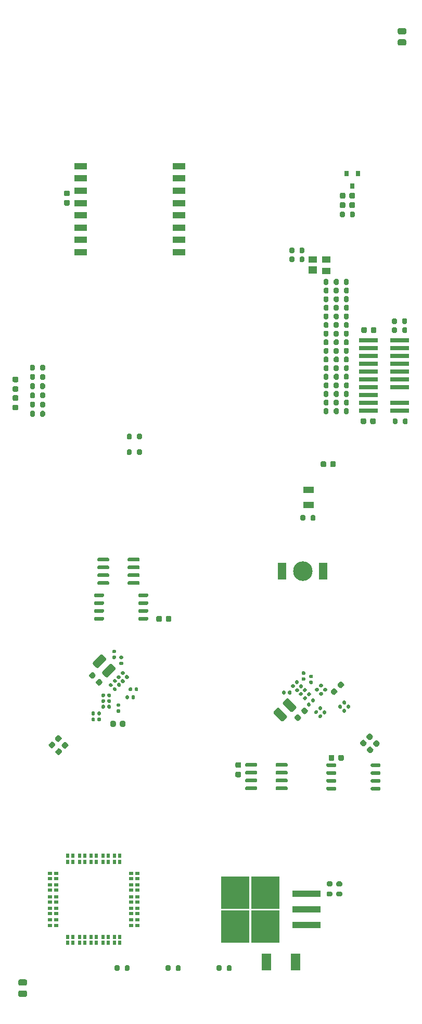
<source format=gbr>
%TF.GenerationSoftware,KiCad,Pcbnew,5.1.9-73d0e3b20d~88~ubuntu20.04.1*%
%TF.CreationDate,2021-04-18T22:57:39-05:00*%
%TF.ProjectId,FCB,4643422e-6b69-4636-9164-5f7063625858,rev?*%
%TF.SameCoordinates,Original*%
%TF.FileFunction,Paste,Bot*%
%TF.FilePolarity,Positive*%
%FSLAX46Y46*%
G04 Gerber Fmt 4.6, Leading zero omitted, Abs format (unit mm)*
G04 Created by KiCad (PCBNEW 5.1.9-73d0e3b20d~88~ubuntu20.04.1) date 2021-04-18 22:57:39*
%MOMM*%
%LPD*%
G01*
G04 APERTURE LIST*
%ADD10C,3.180000*%
%ADD11R,1.400000X2.790000*%
%ADD12R,1.800000X1.000000*%
%ADD13R,2.000000X1.000000*%
%ADD14R,0.800000X0.900000*%
%ADD15R,4.600000X1.100000*%
%ADD16R,4.550000X5.250000*%
%ADD17R,1.500000X2.700000*%
%ADD18R,0.720000X0.580000*%
%ADD19R,0.580000X0.720000*%
%ADD20R,1.400000X1.000000*%
%ADD21R,1.400000X1.200000*%
%ADD22R,3.125000X0.711000*%
G04 APERTURE END LIST*
D10*
%TO.C,BT601*%
X219630000Y-155740000D03*
D11*
X222995000Y-155740000D03*
X216265000Y-155740000D03*
%TD*%
%TO.C,C313*%
G36*
G01*
X225706587Y-174666967D02*
X225353033Y-174313413D01*
G75*
G02*
X225353033Y-173995215I159099J159099D01*
G01*
X225671231Y-173677017D01*
G75*
G02*
X225989429Y-173677017I159099J-159099D01*
G01*
X226342983Y-174030571D01*
G75*
G02*
X226342983Y-174348769I-159099J-159099D01*
G01*
X226024785Y-174666967D01*
G75*
G02*
X225706587Y-174666967I-159099J159099D01*
G01*
G37*
G36*
G01*
X224610571Y-175762983D02*
X224257017Y-175409429D01*
G75*
G02*
X224257017Y-175091231I159099J159099D01*
G01*
X224575215Y-174773033D01*
G75*
G02*
X224893413Y-174773033I159099J-159099D01*
G01*
X225246967Y-175126587D01*
G75*
G02*
X225246967Y-175444785I-159099J-159099D01*
G01*
X224928769Y-175762983D01*
G75*
G02*
X224610571Y-175762983I-159099J159099D01*
G01*
G37*
%TD*%
%TO.C,R508*%
G36*
G01*
X191825000Y-133575000D02*
X191825000Y-134125000D01*
G75*
G02*
X191625000Y-134325000I-200000J0D01*
G01*
X191225000Y-134325000D01*
G75*
G02*
X191025000Y-134125000I0J200000D01*
G01*
X191025000Y-133575000D01*
G75*
G02*
X191225000Y-133375000I200000J0D01*
G01*
X191625000Y-133375000D01*
G75*
G02*
X191825000Y-133575000I0J-200000D01*
G01*
G37*
G36*
G01*
X193475000Y-133575000D02*
X193475000Y-134125000D01*
G75*
G02*
X193275000Y-134325000I-200000J0D01*
G01*
X192875000Y-134325000D01*
G75*
G02*
X192675000Y-134125000I0J200000D01*
G01*
X192675000Y-133575000D01*
G75*
G02*
X192875000Y-133375000I200000J0D01*
G01*
X193275000Y-133375000D01*
G75*
G02*
X193475000Y-133575000I0J-200000D01*
G01*
G37*
%TD*%
%TO.C,R504*%
G36*
G01*
X191815000Y-136105000D02*
X191815000Y-136655000D01*
G75*
G02*
X191615000Y-136855000I-200000J0D01*
G01*
X191215000Y-136855000D01*
G75*
G02*
X191015000Y-136655000I0J200000D01*
G01*
X191015000Y-136105000D01*
G75*
G02*
X191215000Y-135905000I200000J0D01*
G01*
X191615000Y-135905000D01*
G75*
G02*
X191815000Y-136105000I0J-200000D01*
G01*
G37*
G36*
G01*
X193465000Y-136105000D02*
X193465000Y-136655000D01*
G75*
G02*
X193265000Y-136855000I-200000J0D01*
G01*
X192865000Y-136855000D01*
G75*
G02*
X192665000Y-136655000I0J200000D01*
G01*
X192665000Y-136105000D01*
G75*
G02*
X192865000Y-135905000I200000J0D01*
G01*
X193265000Y-135905000D01*
G75*
G02*
X193465000Y-136105000I0J-200000D01*
G01*
G37*
%TD*%
%TO.C,R503*%
G36*
G01*
X219125000Y-105325000D02*
X219125000Y-104775000D01*
G75*
G02*
X219325000Y-104575000I200000J0D01*
G01*
X219725000Y-104575000D01*
G75*
G02*
X219925000Y-104775000I0J-200000D01*
G01*
X219925000Y-105325000D01*
G75*
G02*
X219725000Y-105525000I-200000J0D01*
G01*
X219325000Y-105525000D01*
G75*
G02*
X219125000Y-105325000I0J200000D01*
G01*
G37*
G36*
G01*
X217475000Y-105325000D02*
X217475000Y-104775000D01*
G75*
G02*
X217675000Y-104575000I200000J0D01*
G01*
X218075000Y-104575000D01*
G75*
G02*
X218275000Y-104775000I0J-200000D01*
G01*
X218275000Y-105325000D01*
G75*
G02*
X218075000Y-105525000I-200000J0D01*
G01*
X217675000Y-105525000D01*
G75*
G02*
X217475000Y-105325000I0J200000D01*
G01*
G37*
%TD*%
%TO.C,R501*%
G36*
G01*
X218275000Y-103315000D02*
X218275000Y-103865000D01*
G75*
G02*
X218075000Y-104065000I-200000J0D01*
G01*
X217675000Y-104065000D01*
G75*
G02*
X217475000Y-103865000I0J200000D01*
G01*
X217475000Y-103315000D01*
G75*
G02*
X217675000Y-103115000I200000J0D01*
G01*
X218075000Y-103115000D01*
G75*
G02*
X218275000Y-103315000I0J-200000D01*
G01*
G37*
G36*
G01*
X219925000Y-103315000D02*
X219925000Y-103865000D01*
G75*
G02*
X219725000Y-104065000I-200000J0D01*
G01*
X219325000Y-104065000D01*
G75*
G02*
X219125000Y-103865000I0J200000D01*
G01*
X219125000Y-103315000D01*
G75*
G02*
X219325000Y-103115000I200000J0D01*
G01*
X219725000Y-103115000D01*
G75*
G02*
X219925000Y-103315000I0J-200000D01*
G01*
G37*
%TD*%
%TO.C,R107*%
G36*
G01*
X206425000Y-219925000D02*
X206425000Y-220475000D01*
G75*
G02*
X206225000Y-220675000I-200000J0D01*
G01*
X205825000Y-220675000D01*
G75*
G02*
X205625000Y-220475000I0J200000D01*
G01*
X205625000Y-219925000D01*
G75*
G02*
X205825000Y-219725000I200000J0D01*
G01*
X206225000Y-219725000D01*
G75*
G02*
X206425000Y-219925000I0J-200000D01*
G01*
G37*
G36*
G01*
X208075000Y-219925000D02*
X208075000Y-220475000D01*
G75*
G02*
X207875000Y-220675000I-200000J0D01*
G01*
X207475000Y-220675000D01*
G75*
G02*
X207275000Y-220475000I0J200000D01*
G01*
X207275000Y-219925000D01*
G75*
G02*
X207475000Y-219725000I200000J0D01*
G01*
X207875000Y-219725000D01*
G75*
G02*
X208075000Y-219925000I0J-200000D01*
G01*
G37*
%TD*%
%TO.C,R106*%
G36*
G01*
X198135000Y-219935000D02*
X198135000Y-220485000D01*
G75*
G02*
X197935000Y-220685000I-200000J0D01*
G01*
X197535000Y-220685000D01*
G75*
G02*
X197335000Y-220485000I0J200000D01*
G01*
X197335000Y-219935000D01*
G75*
G02*
X197535000Y-219735000I200000J0D01*
G01*
X197935000Y-219735000D01*
G75*
G02*
X198135000Y-219935000I0J-200000D01*
G01*
G37*
G36*
G01*
X199785000Y-219935000D02*
X199785000Y-220485000D01*
G75*
G02*
X199585000Y-220685000I-200000J0D01*
G01*
X199185000Y-220685000D01*
G75*
G02*
X198985000Y-220485000I0J200000D01*
G01*
X198985000Y-219935000D01*
G75*
G02*
X199185000Y-219735000I200000J0D01*
G01*
X199585000Y-219735000D01*
G75*
G02*
X199785000Y-219935000I0J-200000D01*
G01*
G37*
%TD*%
%TO.C,R105*%
G36*
G01*
X189825000Y-219925000D02*
X189825000Y-220475000D01*
G75*
G02*
X189625000Y-220675000I-200000J0D01*
G01*
X189225000Y-220675000D01*
G75*
G02*
X189025000Y-220475000I0J200000D01*
G01*
X189025000Y-219925000D01*
G75*
G02*
X189225000Y-219725000I200000J0D01*
G01*
X189625000Y-219725000D01*
G75*
G02*
X189825000Y-219925000I0J-200000D01*
G01*
G37*
G36*
G01*
X191475000Y-219925000D02*
X191475000Y-220475000D01*
G75*
G02*
X191275000Y-220675000I-200000J0D01*
G01*
X190875000Y-220675000D01*
G75*
G02*
X190675000Y-220475000I0J200000D01*
G01*
X190675000Y-219925000D01*
G75*
G02*
X190875000Y-219725000I200000J0D01*
G01*
X191275000Y-219725000D01*
G75*
G02*
X191475000Y-219925000I0J-200000D01*
G01*
G37*
%TD*%
D12*
%TO.C,Y601*%
X220600000Y-145000000D03*
X220600000Y-142500000D03*
%TD*%
D13*
%TO.C,U106*%
X183550000Y-89900000D03*
X183550000Y-91900000D03*
X183550000Y-93900000D03*
X183550000Y-95900000D03*
X183550000Y-97900000D03*
X183550000Y-99900000D03*
X183550000Y-101900000D03*
X183550000Y-103900000D03*
X199550000Y-103900000D03*
X199550000Y-101900000D03*
X199550000Y-99900000D03*
X199550000Y-97900000D03*
X199550000Y-95900000D03*
X199550000Y-93900000D03*
X199550000Y-91900000D03*
X199550000Y-89900000D03*
%TD*%
%TO.C,R101*%
G36*
G01*
X226485000Y-97495000D02*
X226485000Y-98045000D01*
G75*
G02*
X226285000Y-98245000I-200000J0D01*
G01*
X225885000Y-98245000D01*
G75*
G02*
X225685000Y-98045000I0J200000D01*
G01*
X225685000Y-97495000D01*
G75*
G02*
X225885000Y-97295000I200000J0D01*
G01*
X226285000Y-97295000D01*
G75*
G02*
X226485000Y-97495000I0J-200000D01*
G01*
G37*
G36*
G01*
X228135000Y-97495000D02*
X228135000Y-98045000D01*
G75*
G02*
X227935000Y-98245000I-200000J0D01*
G01*
X227535000Y-98245000D01*
G75*
G02*
X227335000Y-98045000I0J200000D01*
G01*
X227335000Y-97495000D01*
G75*
G02*
X227535000Y-97295000I200000J0D01*
G01*
X227935000Y-97295000D01*
G75*
G02*
X228135000Y-97495000I0J-200000D01*
G01*
G37*
%TD*%
D14*
%TO.C,IC101*%
X227700000Y-93150000D03*
X228650000Y-91150000D03*
X226750000Y-91150000D03*
%TD*%
%TO.C,C113*%
G36*
G01*
X226590000Y-94460000D02*
X226590000Y-94960000D01*
G75*
G02*
X226365000Y-95185000I-225000J0D01*
G01*
X225915000Y-95185000D01*
G75*
G02*
X225690000Y-94960000I0J225000D01*
G01*
X225690000Y-94460000D01*
G75*
G02*
X225915000Y-94235000I225000J0D01*
G01*
X226365000Y-94235000D01*
G75*
G02*
X226590000Y-94460000I0J-225000D01*
G01*
G37*
G36*
G01*
X228140000Y-94460000D02*
X228140000Y-94960000D01*
G75*
G02*
X227915000Y-95185000I-225000J0D01*
G01*
X227465000Y-95185000D01*
G75*
G02*
X227240000Y-94960000I0J225000D01*
G01*
X227240000Y-94460000D01*
G75*
G02*
X227465000Y-94235000I225000J0D01*
G01*
X227915000Y-94235000D01*
G75*
G02*
X228140000Y-94460000I0J-225000D01*
G01*
G37*
%TD*%
%TO.C,C112*%
G36*
G01*
X226585000Y-95990000D02*
X226585000Y-96490000D01*
G75*
G02*
X226360000Y-96715000I-225000J0D01*
G01*
X225910000Y-96715000D01*
G75*
G02*
X225685000Y-96490000I0J225000D01*
G01*
X225685000Y-95990000D01*
G75*
G02*
X225910000Y-95765000I225000J0D01*
G01*
X226360000Y-95765000D01*
G75*
G02*
X226585000Y-95990000I0J-225000D01*
G01*
G37*
G36*
G01*
X228135000Y-95990000D02*
X228135000Y-96490000D01*
G75*
G02*
X227910000Y-96715000I-225000J0D01*
G01*
X227460000Y-96715000D01*
G75*
G02*
X227235000Y-96490000I0J225000D01*
G01*
X227235000Y-95990000D01*
G75*
G02*
X227460000Y-95765000I225000J0D01*
G01*
X227910000Y-95765000D01*
G75*
G02*
X228135000Y-95990000I0J-225000D01*
G01*
G37*
%TD*%
%TO.C,R998*%
G36*
G01*
X173624999Y-223850000D02*
X174525001Y-223850000D01*
G75*
G02*
X174775000Y-224099999I0J-249999D01*
G01*
X174775000Y-224625001D01*
G75*
G02*
X174525001Y-224875000I-249999J0D01*
G01*
X173624999Y-224875000D01*
G75*
G02*
X173375000Y-224625001I0J249999D01*
G01*
X173375000Y-224099999D01*
G75*
G02*
X173624999Y-223850000I249999J0D01*
G01*
G37*
G36*
G01*
X173624999Y-222025000D02*
X174525001Y-222025000D01*
G75*
G02*
X174775000Y-222274999I0J-249999D01*
G01*
X174775000Y-222800001D01*
G75*
G02*
X174525001Y-223050000I-249999J0D01*
G01*
X173624999Y-223050000D01*
G75*
G02*
X173375000Y-222800001I0J249999D01*
G01*
X173375000Y-222274999D01*
G75*
G02*
X173624999Y-222025000I249999J0D01*
G01*
G37*
%TD*%
%TO.C,C513*%
G36*
G01*
X188345000Y-180770000D02*
X188345000Y-180270000D01*
G75*
G02*
X188570000Y-180045000I225000J0D01*
G01*
X189020000Y-180045000D01*
G75*
G02*
X189245000Y-180270000I0J-225000D01*
G01*
X189245000Y-180770000D01*
G75*
G02*
X189020000Y-180995000I-225000J0D01*
G01*
X188570000Y-180995000D01*
G75*
G02*
X188345000Y-180770000I0J225000D01*
G01*
G37*
G36*
G01*
X189895000Y-180770000D02*
X189895000Y-180270000D01*
G75*
G02*
X190120000Y-180045000I225000J0D01*
G01*
X190570000Y-180045000D01*
G75*
G02*
X190795000Y-180270000I0J-225000D01*
G01*
X190795000Y-180770000D01*
G75*
G02*
X190570000Y-180995000I-225000J0D01*
G01*
X190120000Y-180995000D01*
G75*
G02*
X189895000Y-180770000I0J225000D01*
G01*
G37*
%TD*%
%TO.C,C528*%
G36*
G01*
X191340000Y-175070000D02*
X191340000Y-174730000D01*
G75*
G02*
X191480000Y-174590000I140000J0D01*
G01*
X191760000Y-174590000D01*
G75*
G02*
X191900000Y-174730000I0J-140000D01*
G01*
X191900000Y-175070000D01*
G75*
G02*
X191760000Y-175210000I-140000J0D01*
G01*
X191480000Y-175210000D01*
G75*
G02*
X191340000Y-175070000I0J140000D01*
G01*
G37*
G36*
G01*
X192300000Y-175070000D02*
X192300000Y-174730000D01*
G75*
G02*
X192440000Y-174590000I140000J0D01*
G01*
X192720000Y-174590000D01*
G75*
G02*
X192860000Y-174730000I0J-140000D01*
G01*
X192860000Y-175070000D01*
G75*
G02*
X192720000Y-175210000I-140000J0D01*
G01*
X192440000Y-175210000D01*
G75*
G02*
X192300000Y-175070000I0J140000D01*
G01*
G37*
%TD*%
%TO.C,L503*%
G36*
G01*
X185883709Y-172781316D02*
X185521316Y-173143709D01*
G75*
G02*
X185211956Y-173143709I-154680J154680D01*
G01*
X184902597Y-172834350D01*
G75*
G02*
X184902597Y-172524990I154680J154680D01*
G01*
X185264990Y-172162597D01*
G75*
G02*
X185574350Y-172162597I154680J-154680D01*
G01*
X185883709Y-172471956D01*
G75*
G02*
X185883709Y-172781316I-154680J-154680D01*
G01*
G37*
G36*
G01*
X186997403Y-173895010D02*
X186635010Y-174257403D01*
G75*
G02*
X186325650Y-174257403I-154680J154680D01*
G01*
X186016291Y-173948044D01*
G75*
G02*
X186016291Y-173638684I154680J154680D01*
G01*
X186378684Y-173276291D01*
G75*
G02*
X186688044Y-173276291I154680J-154680D01*
G01*
X186997403Y-173585650D01*
G75*
G02*
X186997403Y-173895010I-154680J-154680D01*
G01*
G37*
%TD*%
%TO.C,R7*%
G36*
G01*
X176075000Y-129875000D02*
X176075000Y-130425000D01*
G75*
G02*
X175875000Y-130625000I-200000J0D01*
G01*
X175475000Y-130625000D01*
G75*
G02*
X175275000Y-130425000I0J200000D01*
G01*
X175275000Y-129875000D01*
G75*
G02*
X175475000Y-129675000I200000J0D01*
G01*
X175875000Y-129675000D01*
G75*
G02*
X176075000Y-129875000I0J-200000D01*
G01*
G37*
G36*
G01*
X177725000Y-129875000D02*
X177725000Y-130425000D01*
G75*
G02*
X177525000Y-130625000I-200000J0D01*
G01*
X177125000Y-130625000D01*
G75*
G02*
X176925000Y-130425000I0J200000D01*
G01*
X176925000Y-129875000D01*
G75*
G02*
X177125000Y-129675000I200000J0D01*
G01*
X177525000Y-129675000D01*
G75*
G02*
X177725000Y-129875000I0J-200000D01*
G01*
G37*
%TD*%
%TO.C,R6*%
G36*
G01*
X176075000Y-128375000D02*
X176075000Y-128925000D01*
G75*
G02*
X175875000Y-129125000I-200000J0D01*
G01*
X175475000Y-129125000D01*
G75*
G02*
X175275000Y-128925000I0J200000D01*
G01*
X175275000Y-128375000D01*
G75*
G02*
X175475000Y-128175000I200000J0D01*
G01*
X175875000Y-128175000D01*
G75*
G02*
X176075000Y-128375000I0J-200000D01*
G01*
G37*
G36*
G01*
X177725000Y-128375000D02*
X177725000Y-128925000D01*
G75*
G02*
X177525000Y-129125000I-200000J0D01*
G01*
X177125000Y-129125000D01*
G75*
G02*
X176925000Y-128925000I0J200000D01*
G01*
X176925000Y-128375000D01*
G75*
G02*
X177125000Y-128175000I200000J0D01*
G01*
X177525000Y-128175000D01*
G75*
G02*
X177725000Y-128375000I0J-200000D01*
G01*
G37*
%TD*%
%TO.C,R5*%
G36*
G01*
X176075000Y-126875000D02*
X176075000Y-127425000D01*
G75*
G02*
X175875000Y-127625000I-200000J0D01*
G01*
X175475000Y-127625000D01*
G75*
G02*
X175275000Y-127425000I0J200000D01*
G01*
X175275000Y-126875000D01*
G75*
G02*
X175475000Y-126675000I200000J0D01*
G01*
X175875000Y-126675000D01*
G75*
G02*
X176075000Y-126875000I0J-200000D01*
G01*
G37*
G36*
G01*
X177725000Y-126875000D02*
X177725000Y-127425000D01*
G75*
G02*
X177525000Y-127625000I-200000J0D01*
G01*
X177125000Y-127625000D01*
G75*
G02*
X176925000Y-127425000I0J200000D01*
G01*
X176925000Y-126875000D01*
G75*
G02*
X177125000Y-126675000I200000J0D01*
G01*
X177525000Y-126675000D01*
G75*
G02*
X177725000Y-126875000I0J-200000D01*
G01*
G37*
%TD*%
%TO.C,R4*%
G36*
G01*
X176075000Y-125375000D02*
X176075000Y-125925000D01*
G75*
G02*
X175875000Y-126125000I-200000J0D01*
G01*
X175475000Y-126125000D01*
G75*
G02*
X175275000Y-125925000I0J200000D01*
G01*
X175275000Y-125375000D01*
G75*
G02*
X175475000Y-125175000I200000J0D01*
G01*
X175875000Y-125175000D01*
G75*
G02*
X176075000Y-125375000I0J-200000D01*
G01*
G37*
G36*
G01*
X177725000Y-125375000D02*
X177725000Y-125925000D01*
G75*
G02*
X177525000Y-126125000I-200000J0D01*
G01*
X177125000Y-126125000D01*
G75*
G02*
X176925000Y-125925000I0J200000D01*
G01*
X176925000Y-125375000D01*
G75*
G02*
X177125000Y-125175000I200000J0D01*
G01*
X177525000Y-125175000D01*
G75*
G02*
X177725000Y-125375000I0J-200000D01*
G01*
G37*
%TD*%
%TO.C,R3*%
G36*
G01*
X176075000Y-123875000D02*
X176075000Y-124425000D01*
G75*
G02*
X175875000Y-124625000I-200000J0D01*
G01*
X175475000Y-124625000D01*
G75*
G02*
X175275000Y-124425000I0J200000D01*
G01*
X175275000Y-123875000D01*
G75*
G02*
X175475000Y-123675000I200000J0D01*
G01*
X175875000Y-123675000D01*
G75*
G02*
X176075000Y-123875000I0J-200000D01*
G01*
G37*
G36*
G01*
X177725000Y-123875000D02*
X177725000Y-124425000D01*
G75*
G02*
X177525000Y-124625000I-200000J0D01*
G01*
X177125000Y-124625000D01*
G75*
G02*
X176925000Y-124425000I0J200000D01*
G01*
X176925000Y-123875000D01*
G75*
G02*
X177125000Y-123675000I200000J0D01*
G01*
X177525000Y-123675000D01*
G75*
G02*
X177725000Y-123875000I0J-200000D01*
G01*
G37*
%TD*%
%TO.C,R2*%
G36*
G01*
X176075000Y-122375000D02*
X176075000Y-122925000D01*
G75*
G02*
X175875000Y-123125000I-200000J0D01*
G01*
X175475000Y-123125000D01*
G75*
G02*
X175275000Y-122925000I0J200000D01*
G01*
X175275000Y-122375000D01*
G75*
G02*
X175475000Y-122175000I200000J0D01*
G01*
X175875000Y-122175000D01*
G75*
G02*
X176075000Y-122375000I0J-200000D01*
G01*
G37*
G36*
G01*
X177725000Y-122375000D02*
X177725000Y-122925000D01*
G75*
G02*
X177525000Y-123125000I-200000J0D01*
G01*
X177125000Y-123125000D01*
G75*
G02*
X176925000Y-122925000I0J200000D01*
G01*
X176925000Y-122375000D01*
G75*
G02*
X177125000Y-122175000I200000J0D01*
G01*
X177525000Y-122175000D01*
G75*
G02*
X177725000Y-122375000I0J-200000D01*
G01*
G37*
%TD*%
%TO.C,C2*%
G36*
G01*
X172650000Y-128675000D02*
X173150000Y-128675000D01*
G75*
G02*
X173375000Y-128900000I0J-225000D01*
G01*
X173375000Y-129350000D01*
G75*
G02*
X173150000Y-129575000I-225000J0D01*
G01*
X172650000Y-129575000D01*
G75*
G02*
X172425000Y-129350000I0J225000D01*
G01*
X172425000Y-128900000D01*
G75*
G02*
X172650000Y-128675000I225000J0D01*
G01*
G37*
G36*
G01*
X172650000Y-127125000D02*
X173150000Y-127125000D01*
G75*
G02*
X173375000Y-127350000I0J-225000D01*
G01*
X173375000Y-127800000D01*
G75*
G02*
X173150000Y-128025000I-225000J0D01*
G01*
X172650000Y-128025000D01*
G75*
G02*
X172425000Y-127800000I0J225000D01*
G01*
X172425000Y-127350000D01*
G75*
G02*
X172650000Y-127125000I225000J0D01*
G01*
G37*
%TD*%
%TO.C,C1*%
G36*
G01*
X173150000Y-125025000D02*
X172650000Y-125025000D01*
G75*
G02*
X172425000Y-124800000I0J225000D01*
G01*
X172425000Y-124350000D01*
G75*
G02*
X172650000Y-124125000I225000J0D01*
G01*
X173150000Y-124125000D01*
G75*
G02*
X173375000Y-124350000I0J-225000D01*
G01*
X173375000Y-124800000D01*
G75*
G02*
X173150000Y-125025000I-225000J0D01*
G01*
G37*
G36*
G01*
X173150000Y-126575000D02*
X172650000Y-126575000D01*
G75*
G02*
X172425000Y-126350000I0J225000D01*
G01*
X172425000Y-125900000D01*
G75*
G02*
X172650000Y-125675000I225000J0D01*
G01*
X173150000Y-125675000D01*
G75*
G02*
X173375000Y-125900000I0J-225000D01*
G01*
X173375000Y-126350000D01*
G75*
G02*
X173150000Y-126575000I-225000J0D01*
G01*
G37*
%TD*%
%TO.C,R104*%
G36*
G01*
X224275000Y-206925000D02*
X223725000Y-206925000D01*
G75*
G02*
X223525000Y-206725000I0J200000D01*
G01*
X223525000Y-206325000D01*
G75*
G02*
X223725000Y-206125000I200000J0D01*
G01*
X224275000Y-206125000D01*
G75*
G02*
X224475000Y-206325000I0J-200000D01*
G01*
X224475000Y-206725000D01*
G75*
G02*
X224275000Y-206925000I-200000J0D01*
G01*
G37*
G36*
G01*
X224275000Y-208575000D02*
X223725000Y-208575000D01*
G75*
G02*
X223525000Y-208375000I0J200000D01*
G01*
X223525000Y-207975000D01*
G75*
G02*
X223725000Y-207775000I200000J0D01*
G01*
X224275000Y-207775000D01*
G75*
G02*
X224475000Y-207975000I0J-200000D01*
G01*
X224475000Y-208375000D01*
G75*
G02*
X224275000Y-208575000I-200000J0D01*
G01*
G37*
%TD*%
%TO.C,R103*%
G36*
G01*
X225875000Y-206925000D02*
X225325000Y-206925000D01*
G75*
G02*
X225125000Y-206725000I0J200000D01*
G01*
X225125000Y-206325000D01*
G75*
G02*
X225325000Y-206125000I200000J0D01*
G01*
X225875000Y-206125000D01*
G75*
G02*
X226075000Y-206325000I0J-200000D01*
G01*
X226075000Y-206725000D01*
G75*
G02*
X225875000Y-206925000I-200000J0D01*
G01*
G37*
G36*
G01*
X225875000Y-208575000D02*
X225325000Y-208575000D01*
G75*
G02*
X225125000Y-208375000I0J200000D01*
G01*
X225125000Y-207975000D01*
G75*
G02*
X225325000Y-207775000I200000J0D01*
G01*
X225875000Y-207775000D01*
G75*
G02*
X226075000Y-207975000I0J-200000D01*
G01*
X226075000Y-208375000D01*
G75*
G02*
X225875000Y-208575000I-200000J0D01*
G01*
G37*
%TD*%
D15*
%TO.C,Q101*%
X220275000Y-208160000D03*
X220275000Y-210700000D03*
X220275000Y-213240000D03*
D16*
X208700000Y-213475000D03*
X213550000Y-207925000D03*
X208700000Y-207925000D03*
X213550000Y-213475000D03*
%TD*%
D17*
%TO.C,D102*%
X218500000Y-219200000D03*
X213700000Y-219200000D03*
%TD*%
%TO.C,C531*%
G36*
G01*
X189480000Y-178150000D02*
X189820000Y-178150000D01*
G75*
G02*
X189960000Y-178290000I0J-140000D01*
G01*
X189960000Y-178570000D01*
G75*
G02*
X189820000Y-178710000I-140000J0D01*
G01*
X189480000Y-178710000D01*
G75*
G02*
X189340000Y-178570000I0J140000D01*
G01*
X189340000Y-178290000D01*
G75*
G02*
X189480000Y-178150000I140000J0D01*
G01*
G37*
G36*
G01*
X189480000Y-177190000D02*
X189820000Y-177190000D01*
G75*
G02*
X189960000Y-177330000I0J-140000D01*
G01*
X189960000Y-177610000D01*
G75*
G02*
X189820000Y-177750000I-140000J0D01*
G01*
X189480000Y-177750000D01*
G75*
G02*
X189340000Y-177610000I0J140000D01*
G01*
X189340000Y-177330000D01*
G75*
G02*
X189480000Y-177190000I140000J0D01*
G01*
G37*
%TD*%
%TO.C,C526*%
G36*
G01*
X185830000Y-178660000D02*
X185830000Y-179000000D01*
G75*
G02*
X185690000Y-179140000I-140000J0D01*
G01*
X185410000Y-179140000D01*
G75*
G02*
X185270000Y-179000000I0J140000D01*
G01*
X185270000Y-178660000D01*
G75*
G02*
X185410000Y-178520000I140000J0D01*
G01*
X185690000Y-178520000D01*
G75*
G02*
X185830000Y-178660000I0J-140000D01*
G01*
G37*
G36*
G01*
X186790000Y-178660000D02*
X186790000Y-179000000D01*
G75*
G02*
X186650000Y-179140000I-140000J0D01*
G01*
X186370000Y-179140000D01*
G75*
G02*
X186230000Y-179000000I0J140000D01*
G01*
X186230000Y-178660000D01*
G75*
G02*
X186370000Y-178520000I140000J0D01*
G01*
X186650000Y-178520000D01*
G75*
G02*
X186790000Y-178660000I0J-140000D01*
G01*
G37*
%TD*%
%TO.C,C520*%
G36*
G01*
X198275000Y-163220000D02*
X198275000Y-163720000D01*
G75*
G02*
X198050000Y-163945000I-225000J0D01*
G01*
X197600000Y-163945000D01*
G75*
G02*
X197375000Y-163720000I0J225000D01*
G01*
X197375000Y-163220000D01*
G75*
G02*
X197600000Y-162995000I225000J0D01*
G01*
X198050000Y-162995000D01*
G75*
G02*
X198275000Y-163220000I0J-225000D01*
G01*
G37*
G36*
G01*
X196725000Y-163220000D02*
X196725000Y-163720000D01*
G75*
G02*
X196500000Y-163945000I-225000J0D01*
G01*
X196050000Y-163945000D01*
G75*
G02*
X195825000Y-163720000I0J225000D01*
G01*
X195825000Y-163220000D01*
G75*
G02*
X196050000Y-162995000I225000J0D01*
G01*
X196500000Y-162995000D01*
G75*
G02*
X196725000Y-163220000I0J-225000D01*
G01*
G37*
%TD*%
%TO.C,C517*%
G36*
G01*
X187460000Y-175710000D02*
X187460000Y-176050000D01*
G75*
G02*
X187320000Y-176190000I-140000J0D01*
G01*
X187040000Y-176190000D01*
G75*
G02*
X186900000Y-176050000I0J140000D01*
G01*
X186900000Y-175710000D01*
G75*
G02*
X187040000Y-175570000I140000J0D01*
G01*
X187320000Y-175570000D01*
G75*
G02*
X187460000Y-175710000I0J-140000D01*
G01*
G37*
G36*
G01*
X188420000Y-175710000D02*
X188420000Y-176050000D01*
G75*
G02*
X188280000Y-176190000I-140000J0D01*
G01*
X188000000Y-176190000D01*
G75*
G02*
X187860000Y-176050000I0J140000D01*
G01*
X187860000Y-175710000D01*
G75*
G02*
X188000000Y-175570000I140000J0D01*
G01*
X188280000Y-175570000D01*
G75*
G02*
X188420000Y-175710000I0J-140000D01*
G01*
G37*
%TD*%
%TO.C,C525*%
G36*
G01*
X187860000Y-177900000D02*
X187860000Y-177560000D01*
G75*
G02*
X188000000Y-177420000I140000J0D01*
G01*
X188280000Y-177420000D01*
G75*
G02*
X188420000Y-177560000I0J-140000D01*
G01*
X188420000Y-177900000D01*
G75*
G02*
X188280000Y-178040000I-140000J0D01*
G01*
X188000000Y-178040000D01*
G75*
G02*
X187860000Y-177900000I0J140000D01*
G01*
G37*
G36*
G01*
X186900000Y-177900000D02*
X186900000Y-177560000D01*
G75*
G02*
X187040000Y-177420000I140000J0D01*
G01*
X187320000Y-177420000D01*
G75*
G02*
X187460000Y-177560000I0J-140000D01*
G01*
X187460000Y-177900000D01*
G75*
G02*
X187320000Y-178040000I-140000J0D01*
G01*
X187040000Y-178040000D01*
G75*
G02*
X186900000Y-177900000I0J140000D01*
G01*
G37*
%TD*%
%TO.C,C516*%
G36*
G01*
X187860000Y-176980000D02*
X187860000Y-176640000D01*
G75*
G02*
X188000000Y-176500000I140000J0D01*
G01*
X188280000Y-176500000D01*
G75*
G02*
X188420000Y-176640000I0J-140000D01*
G01*
X188420000Y-176980000D01*
G75*
G02*
X188280000Y-177120000I-140000J0D01*
G01*
X188000000Y-177120000D01*
G75*
G02*
X187860000Y-176980000I0J140000D01*
G01*
G37*
G36*
G01*
X186900000Y-176980000D02*
X186900000Y-176640000D01*
G75*
G02*
X187040000Y-176500000I140000J0D01*
G01*
X187320000Y-176500000D01*
G75*
G02*
X187460000Y-176640000I0J-140000D01*
G01*
X187460000Y-176980000D01*
G75*
G02*
X187320000Y-177120000I-140000J0D01*
G01*
X187040000Y-177120000D01*
G75*
G02*
X186900000Y-176980000I0J140000D01*
G01*
G37*
%TD*%
%TO.C,C514*%
G36*
G01*
X185830000Y-179640000D02*
X185830000Y-179980000D01*
G75*
G02*
X185690000Y-180120000I-140000J0D01*
G01*
X185410000Y-180120000D01*
G75*
G02*
X185270000Y-179980000I0J140000D01*
G01*
X185270000Y-179640000D01*
G75*
G02*
X185410000Y-179500000I140000J0D01*
G01*
X185690000Y-179500000D01*
G75*
G02*
X185830000Y-179640000I0J-140000D01*
G01*
G37*
G36*
G01*
X186790000Y-179640000D02*
X186790000Y-179980000D01*
G75*
G02*
X186650000Y-180120000I-140000J0D01*
G01*
X186370000Y-180120000D01*
G75*
G02*
X186230000Y-179980000I0J140000D01*
G01*
X186230000Y-179640000D01*
G75*
G02*
X186370000Y-179500000I140000J0D01*
G01*
X186650000Y-179500000D01*
G75*
G02*
X186790000Y-179640000I0J-140000D01*
G01*
G37*
%TD*%
%TO.C,C530*%
G36*
G01*
X189148371Y-174551213D02*
X189388787Y-174791629D01*
G75*
G02*
X189388787Y-174989619I-98995J-98995D01*
G01*
X189190797Y-175187609D01*
G75*
G02*
X188992807Y-175187609I-98995J98995D01*
G01*
X188752391Y-174947193D01*
G75*
G02*
X188752391Y-174749203I98995J98995D01*
G01*
X188950381Y-174551213D01*
G75*
G02*
X189148371Y-174551213I98995J-98995D01*
G01*
G37*
G36*
G01*
X189827193Y-173872391D02*
X190067609Y-174112807D01*
G75*
G02*
X190067609Y-174310797I-98995J-98995D01*
G01*
X189869619Y-174508787D01*
G75*
G02*
X189671629Y-174508787I-98995J98995D01*
G01*
X189431213Y-174268371D01*
G75*
G02*
X189431213Y-174070381I98995J98995D01*
G01*
X189629203Y-173872391D01*
G75*
G02*
X189827193Y-173872391I98995J-98995D01*
G01*
G37*
%TD*%
%TO.C,C523*%
G36*
G01*
X190820000Y-176370000D02*
X190820000Y-176030000D01*
G75*
G02*
X190960000Y-175890000I140000J0D01*
G01*
X191240000Y-175890000D01*
G75*
G02*
X191380000Y-176030000I0J-140000D01*
G01*
X191380000Y-176370000D01*
G75*
G02*
X191240000Y-176510000I-140000J0D01*
G01*
X190960000Y-176510000D01*
G75*
G02*
X190820000Y-176370000I0J140000D01*
G01*
G37*
G36*
G01*
X191780000Y-176370000D02*
X191780000Y-176030000D01*
G75*
G02*
X191920000Y-175890000I140000J0D01*
G01*
X192200000Y-175890000D01*
G75*
G02*
X192340000Y-176030000I0J-140000D01*
G01*
X192340000Y-176370000D01*
G75*
G02*
X192200000Y-176510000I-140000J0D01*
G01*
X191920000Y-176510000D01*
G75*
G02*
X191780000Y-176370000I0J140000D01*
G01*
G37*
%TD*%
%TO.C,C522*%
G36*
G01*
X188498371Y-173901213D02*
X188738787Y-174141629D01*
G75*
G02*
X188738787Y-174339619I-98995J-98995D01*
G01*
X188540797Y-174537609D01*
G75*
G02*
X188342807Y-174537609I-98995J98995D01*
G01*
X188102391Y-174297193D01*
G75*
G02*
X188102391Y-174099203I98995J98995D01*
G01*
X188300381Y-173901213D01*
G75*
G02*
X188498371Y-173901213I98995J-98995D01*
G01*
G37*
G36*
G01*
X189177193Y-173222391D02*
X189417609Y-173462807D01*
G75*
G02*
X189417609Y-173660797I-98995J-98995D01*
G01*
X189219619Y-173858787D01*
G75*
G02*
X189021629Y-173858787I-98995J98995D01*
G01*
X188781213Y-173618371D01*
G75*
G02*
X188781213Y-173420381I98995J98995D01*
G01*
X188979203Y-173222391D01*
G75*
G02*
X189177193Y-173222391I98995J-98995D01*
G01*
G37*
%TD*%
%TO.C,C512*%
G36*
G01*
X190311629Y-172568787D02*
X190071213Y-172328371D01*
G75*
G02*
X190071213Y-172130381I98995J98995D01*
G01*
X190269203Y-171932391D01*
G75*
G02*
X190467193Y-171932391I98995J-98995D01*
G01*
X190707609Y-172172807D01*
G75*
G02*
X190707609Y-172370797I-98995J-98995D01*
G01*
X190509619Y-172568787D01*
G75*
G02*
X190311629Y-172568787I-98995J98995D01*
G01*
G37*
G36*
G01*
X189632807Y-173247609D02*
X189392391Y-173007193D01*
G75*
G02*
X189392391Y-172809203I98995J98995D01*
G01*
X189590381Y-172611213D01*
G75*
G02*
X189788371Y-172611213I98995J-98995D01*
G01*
X190028787Y-172851629D01*
G75*
G02*
X190028787Y-173049619I-98995J-98995D01*
G01*
X189830797Y-173247609D01*
G75*
G02*
X189632807Y-173247609I-98995J98995D01*
G01*
G37*
%TD*%
%TO.C,C511*%
G36*
G01*
X190290000Y-170970000D02*
X189950000Y-170970000D01*
G75*
G02*
X189810000Y-170830000I0J140000D01*
G01*
X189810000Y-170550000D01*
G75*
G02*
X189950000Y-170410000I140000J0D01*
G01*
X190290000Y-170410000D01*
G75*
G02*
X190430000Y-170550000I0J-140000D01*
G01*
X190430000Y-170830000D01*
G75*
G02*
X190290000Y-170970000I-140000J0D01*
G01*
G37*
G36*
G01*
X190290000Y-170010000D02*
X189950000Y-170010000D01*
G75*
G02*
X189810000Y-169870000I0J140000D01*
G01*
X189810000Y-169590000D01*
G75*
G02*
X189950000Y-169450000I140000J0D01*
G01*
X190290000Y-169450000D01*
G75*
G02*
X190430000Y-169590000I0J-140000D01*
G01*
X190430000Y-169870000D01*
G75*
G02*
X190290000Y-170010000I-140000J0D01*
G01*
G37*
%TD*%
%TO.C,C506*%
G36*
G01*
X189120000Y-170000000D02*
X188780000Y-170000000D01*
G75*
G02*
X188640000Y-169860000I0J140000D01*
G01*
X188640000Y-169580000D01*
G75*
G02*
X188780000Y-169440000I140000J0D01*
G01*
X189120000Y-169440000D01*
G75*
G02*
X189260000Y-169580000I0J-140000D01*
G01*
X189260000Y-169860000D01*
G75*
G02*
X189120000Y-170000000I-140000J0D01*
G01*
G37*
G36*
G01*
X189120000Y-169040000D02*
X188780000Y-169040000D01*
G75*
G02*
X188640000Y-168900000I0J140000D01*
G01*
X188640000Y-168620000D01*
G75*
G02*
X188780000Y-168480000I140000J0D01*
G01*
X189120000Y-168480000D01*
G75*
G02*
X189260000Y-168620000I0J-140000D01*
G01*
X189260000Y-168900000D01*
G75*
G02*
X189120000Y-169040000I-140000J0D01*
G01*
G37*
%TD*%
%TO.C,C505*%
G36*
G01*
X190961629Y-173218787D02*
X190721213Y-172978371D01*
G75*
G02*
X190721213Y-172780381I98995J98995D01*
G01*
X190919203Y-172582391D01*
G75*
G02*
X191117193Y-172582391I98995J-98995D01*
G01*
X191357609Y-172822807D01*
G75*
G02*
X191357609Y-173020797I-98995J-98995D01*
G01*
X191159619Y-173218787D01*
G75*
G02*
X190961629Y-173218787I-98995J98995D01*
G01*
G37*
G36*
G01*
X190282807Y-173897609D02*
X190042391Y-173657193D01*
G75*
G02*
X190042391Y-173459203I98995J98995D01*
G01*
X190240381Y-173261213D01*
G75*
G02*
X190438371Y-173261213I98995J-98995D01*
G01*
X190678787Y-173501629D01*
G75*
G02*
X190678787Y-173699619I-98995J-98995D01*
G01*
X190480797Y-173897609D01*
G75*
G02*
X190282807Y-173897609I-98995J98995D01*
G01*
G37*
%TD*%
%TO.C,L501*%
G36*
G01*
X187622843Y-170190761D02*
X186420761Y-171392843D01*
G75*
G02*
X186067207Y-171392843I-176777J176777D01*
G01*
X185536877Y-170862513D01*
G75*
G02*
X185536877Y-170508959I176777J176777D01*
G01*
X186738959Y-169306877D01*
G75*
G02*
X187092513Y-169306877I176777J-176777D01*
G01*
X187622843Y-169837207D01*
G75*
G02*
X187622843Y-170190761I-176777J-176777D01*
G01*
G37*
G36*
G01*
X189143123Y-171711041D02*
X187941041Y-172913123D01*
G75*
G02*
X187587487Y-172913123I-176777J176777D01*
G01*
X187057157Y-172382793D01*
G75*
G02*
X187057157Y-172029239I176777J176777D01*
G01*
X188259239Y-170827157D01*
G75*
G02*
X188612793Y-170827157I176777J-176777D01*
G01*
X189143123Y-171357487D01*
G75*
G02*
X189143123Y-171711041I-176777J-176777D01*
G01*
G37*
%TD*%
%TO.C,C331*%
G36*
G01*
X222934286Y-174385372D02*
X222693870Y-174625788D01*
G75*
G02*
X222495880Y-174625788I-98995J98995D01*
G01*
X222297890Y-174427798D01*
G75*
G02*
X222297890Y-174229808I98995J98995D01*
G01*
X222538306Y-173989392D01*
G75*
G02*
X222736296Y-173989392I98995J-98995D01*
G01*
X222934286Y-174187382D01*
G75*
G02*
X222934286Y-174385372I-98995J-98995D01*
G01*
G37*
G36*
G01*
X223613108Y-175064194D02*
X223372692Y-175304610D01*
G75*
G02*
X223174702Y-175304610I-98995J98995D01*
G01*
X222976712Y-175106620D01*
G75*
G02*
X222976712Y-174908630I98995J98995D01*
G01*
X223217128Y-174668214D01*
G75*
G02*
X223415118Y-174668214I98995J-98995D01*
G01*
X223613108Y-174866204D01*
G75*
G02*
X223613108Y-175064194I-98995J-98995D01*
G01*
G37*
%TD*%
%TO.C,C317*%
G36*
G01*
X222283748Y-175035910D02*
X222043332Y-175276326D01*
G75*
G02*
X221845342Y-175276326I-98995J98995D01*
G01*
X221647352Y-175078336D01*
G75*
G02*
X221647352Y-174880346I98995J98995D01*
G01*
X221887768Y-174639930D01*
G75*
G02*
X222085758Y-174639930I98995J-98995D01*
G01*
X222283748Y-174837920D01*
G75*
G02*
X222283748Y-175035910I-98995J-98995D01*
G01*
G37*
G36*
G01*
X222962570Y-175714732D02*
X222722154Y-175955148D01*
G75*
G02*
X222524164Y-175955148I-98995J98995D01*
G01*
X222326174Y-175757158D01*
G75*
G02*
X222326174Y-175559168I98995J98995D01*
G01*
X222566590Y-175318752D01*
G75*
G02*
X222764580Y-175318752I98995J-98995D01*
G01*
X222962570Y-175516742D01*
G75*
G02*
X222962570Y-175714732I-98995J-98995D01*
G01*
G37*
%TD*%
%TO.C,C328*%
G36*
G01*
X219940000Y-172560000D02*
X219600000Y-172560000D01*
G75*
G02*
X219460000Y-172420000I0J140000D01*
G01*
X219460000Y-172140000D01*
G75*
G02*
X219600000Y-172000000I140000J0D01*
G01*
X219940000Y-172000000D01*
G75*
G02*
X220080000Y-172140000I0J-140000D01*
G01*
X220080000Y-172420000D01*
G75*
G02*
X219940000Y-172560000I-140000J0D01*
G01*
G37*
G36*
G01*
X219940000Y-173520000D02*
X219600000Y-173520000D01*
G75*
G02*
X219460000Y-173380000I0J140000D01*
G01*
X219460000Y-173100000D01*
G75*
G02*
X219600000Y-172960000I140000J0D01*
G01*
X219940000Y-172960000D01*
G75*
G02*
X220080000Y-173100000I0J-140000D01*
G01*
X220080000Y-173380000D01*
G75*
G02*
X219940000Y-173520000I-140000J0D01*
G01*
G37*
%TD*%
%TO.C,C323*%
G36*
G01*
X221170000Y-173100000D02*
X220830000Y-173100000D01*
G75*
G02*
X220690000Y-172960000I0J140000D01*
G01*
X220690000Y-172680000D01*
G75*
G02*
X220830000Y-172540000I140000J0D01*
G01*
X221170000Y-172540000D01*
G75*
G02*
X221310000Y-172680000I0J-140000D01*
G01*
X221310000Y-172960000D01*
G75*
G02*
X221170000Y-173100000I-140000J0D01*
G01*
G37*
G36*
G01*
X221170000Y-174060000D02*
X220830000Y-174060000D01*
G75*
G02*
X220690000Y-173920000I0J140000D01*
G01*
X220690000Y-173640000D01*
G75*
G02*
X220830000Y-173500000I140000J0D01*
G01*
X221170000Y-173500000D01*
G75*
G02*
X221310000Y-173640000I0J-140000D01*
G01*
X221310000Y-173920000D01*
G75*
G02*
X221170000Y-174060000I-140000J0D01*
G01*
G37*
%TD*%
%TO.C,C311*%
G36*
G01*
X216850000Y-175270000D02*
X216850000Y-175610000D01*
G75*
G02*
X216710000Y-175750000I-140000J0D01*
G01*
X216430000Y-175750000D01*
G75*
G02*
X216290000Y-175610000I0J140000D01*
G01*
X216290000Y-175270000D01*
G75*
G02*
X216430000Y-175130000I140000J0D01*
G01*
X216710000Y-175130000D01*
G75*
G02*
X216850000Y-175270000I0J-140000D01*
G01*
G37*
G36*
G01*
X217810000Y-175270000D02*
X217810000Y-175610000D01*
G75*
G02*
X217670000Y-175750000I-140000J0D01*
G01*
X217390000Y-175750000D01*
G75*
G02*
X217250000Y-175610000I0J140000D01*
G01*
X217250000Y-175270000D01*
G75*
G02*
X217390000Y-175130000I140000J0D01*
G01*
X217670000Y-175130000D01*
G75*
G02*
X217810000Y-175270000I0J-140000D01*
G01*
G37*
%TD*%
%TO.C,C306*%
G36*
G01*
X221221629Y-177018787D02*
X220981213Y-176778371D01*
G75*
G02*
X220981213Y-176580381I98995J98995D01*
G01*
X221179203Y-176382391D01*
G75*
G02*
X221377193Y-176382391I98995J-98995D01*
G01*
X221617609Y-176622807D01*
G75*
G02*
X221617609Y-176820797I-98995J-98995D01*
G01*
X221419619Y-177018787D01*
G75*
G02*
X221221629Y-177018787I-98995J98995D01*
G01*
G37*
G36*
G01*
X220542807Y-177697609D02*
X220302391Y-177457193D01*
G75*
G02*
X220302391Y-177259203I98995J98995D01*
G01*
X220500381Y-177061213D01*
G75*
G02*
X220698371Y-177061213I98995J-98995D01*
G01*
X220938787Y-177301629D01*
G75*
G02*
X220938787Y-177499619I-98995J-98995D01*
G01*
X220740797Y-177697609D01*
G75*
G02*
X220542807Y-177697609I-98995J98995D01*
G01*
G37*
%TD*%
%TO.C,C325*%
G36*
G01*
X222803826Y-178040832D02*
X222563410Y-178281248D01*
G75*
G02*
X222365420Y-178281248I-98995J98995D01*
G01*
X222167430Y-178083258D01*
G75*
G02*
X222167430Y-177885268I98995J98995D01*
G01*
X222407846Y-177644852D01*
G75*
G02*
X222605836Y-177644852I98995J-98995D01*
G01*
X222803826Y-177842842D01*
G75*
G02*
X222803826Y-178040832I-98995J-98995D01*
G01*
G37*
G36*
G01*
X223482648Y-178719654D02*
X223242232Y-178960070D01*
G75*
G02*
X223044242Y-178960070I-98995J98995D01*
G01*
X222846252Y-178762080D01*
G75*
G02*
X222846252Y-178564090I98995J98995D01*
G01*
X223086668Y-178323674D01*
G75*
G02*
X223284658Y-178323674I98995J-98995D01*
G01*
X223482648Y-178521664D01*
G75*
G02*
X223482648Y-178719654I-98995J-98995D01*
G01*
G37*
%TD*%
%TO.C,C316*%
G36*
G01*
X222153288Y-178691370D02*
X221912872Y-178931786D01*
G75*
G02*
X221714882Y-178931786I-98995J98995D01*
G01*
X221516892Y-178733796D01*
G75*
G02*
X221516892Y-178535806I98995J98995D01*
G01*
X221757308Y-178295390D01*
G75*
G02*
X221955298Y-178295390I98995J-98995D01*
G01*
X222153288Y-178493380D01*
G75*
G02*
X222153288Y-178691370I-98995J-98995D01*
G01*
G37*
G36*
G01*
X222832110Y-179370192D02*
X222591694Y-179610608D01*
G75*
G02*
X222393704Y-179610608I-98995J98995D01*
G01*
X222195714Y-179412618D01*
G75*
G02*
X222195714Y-179214628I98995J98995D01*
G01*
X222436130Y-178974212D01*
G75*
G02*
X222634120Y-178974212I98995J-98995D01*
G01*
X222832110Y-179172202D01*
G75*
G02*
X222832110Y-179370192I-98995J-98995D01*
G01*
G37*
%TD*%
%TO.C,C326*%
G36*
G01*
X226979168Y-178033826D02*
X226738752Y-177793410D01*
G75*
G02*
X226738752Y-177595420I98995J98995D01*
G01*
X226936742Y-177397430D01*
G75*
G02*
X227134732Y-177397430I98995J-98995D01*
G01*
X227375148Y-177637846D01*
G75*
G02*
X227375148Y-177835836I-98995J-98995D01*
G01*
X227177158Y-178033826D01*
G75*
G02*
X226979168Y-178033826I-98995J98995D01*
G01*
G37*
G36*
G01*
X226300346Y-178712648D02*
X226059930Y-178472232D01*
G75*
G02*
X226059930Y-178274242I98995J98995D01*
G01*
X226257920Y-178076252D01*
G75*
G02*
X226455910Y-178076252I98995J-98995D01*
G01*
X226696326Y-178316668D01*
G75*
G02*
X226696326Y-178514658I-98995J-98995D01*
G01*
X226498336Y-178712648D01*
G75*
G02*
X226300346Y-178712648I-98995J98995D01*
G01*
G37*
%TD*%
%TO.C,C314*%
G36*
G01*
X226328630Y-177383288D02*
X226088214Y-177142872D01*
G75*
G02*
X226088214Y-176944882I98995J98995D01*
G01*
X226286204Y-176746892D01*
G75*
G02*
X226484194Y-176746892I98995J-98995D01*
G01*
X226724610Y-176987308D01*
G75*
G02*
X226724610Y-177185298I-98995J-98995D01*
G01*
X226526620Y-177383288D01*
G75*
G02*
X226328630Y-177383288I-98995J98995D01*
G01*
G37*
G36*
G01*
X225649808Y-178062110D02*
X225409392Y-177821694D01*
G75*
G02*
X225409392Y-177623704I98995J98995D01*
G01*
X225607382Y-177425714D01*
G75*
G02*
X225805372Y-177425714I98995J-98995D01*
G01*
X226045788Y-177666130D01*
G75*
G02*
X226045788Y-177864120I-98995J-98995D01*
G01*
X225847798Y-178062110D01*
G75*
G02*
X225649808Y-178062110I-98995J98995D01*
G01*
G37*
%TD*%
%TO.C,C330*%
G36*
G01*
X219018787Y-173818371D02*
X218778371Y-174058787D01*
G75*
G02*
X218580381Y-174058787I-98995J98995D01*
G01*
X218382391Y-173860797D01*
G75*
G02*
X218382391Y-173662807I98995J98995D01*
G01*
X218622807Y-173422391D01*
G75*
G02*
X218820797Y-173422391I98995J-98995D01*
G01*
X219018787Y-173620381D01*
G75*
G02*
X219018787Y-173818371I-98995J-98995D01*
G01*
G37*
G36*
G01*
X219697609Y-174497193D02*
X219457193Y-174737609D01*
G75*
G02*
X219259203Y-174737609I-98995J98995D01*
G01*
X219061213Y-174539619D01*
G75*
G02*
X219061213Y-174341629I98995J98995D01*
G01*
X219301629Y-174101213D01*
G75*
G02*
X219499619Y-174101213I98995J-98995D01*
G01*
X219697609Y-174299203D01*
G75*
G02*
X219697609Y-174497193I-98995J-98995D01*
G01*
G37*
%TD*%
%TO.C,C322*%
G36*
G01*
X219701213Y-176271629D02*
X219941629Y-176031213D01*
G75*
G02*
X220139619Y-176031213I98995J-98995D01*
G01*
X220337609Y-176229203D01*
G75*
G02*
X220337609Y-176427193I-98995J-98995D01*
G01*
X220097193Y-176667609D01*
G75*
G02*
X219899203Y-176667609I-98995J98995D01*
G01*
X219701213Y-176469619D01*
G75*
G02*
X219701213Y-176271629I98995J98995D01*
G01*
G37*
G36*
G01*
X219022391Y-175592807D02*
X219262807Y-175352391D01*
G75*
G02*
X219460797Y-175352391I98995J-98995D01*
G01*
X219658787Y-175550381D01*
G75*
G02*
X219658787Y-175748371I-98995J-98995D01*
G01*
X219418371Y-175988787D01*
G75*
G02*
X219220381Y-175988787I-98995J98995D01*
G01*
X219022391Y-175790797D01*
G75*
G02*
X219022391Y-175592807I98995J98995D01*
G01*
G37*
%TD*%
%TO.C,C312*%
G36*
G01*
X218368787Y-174468371D02*
X218128371Y-174708787D01*
G75*
G02*
X217930381Y-174708787I-98995J98995D01*
G01*
X217732391Y-174510797D01*
G75*
G02*
X217732391Y-174312807I98995J98995D01*
G01*
X217972807Y-174072391D01*
G75*
G02*
X218170797Y-174072391I98995J-98995D01*
G01*
X218368787Y-174270381D01*
G75*
G02*
X218368787Y-174468371I-98995J-98995D01*
G01*
G37*
G36*
G01*
X219047609Y-175147193D02*
X218807193Y-175387609D01*
G75*
G02*
X218609203Y-175387609I-98995J98995D01*
G01*
X218411213Y-175189619D01*
G75*
G02*
X218411213Y-174991629I98995J98995D01*
G01*
X218651629Y-174751213D01*
G75*
G02*
X218849619Y-174751213I98995J-98995D01*
G01*
X219047609Y-174949203D01*
G75*
G02*
X219047609Y-175147193I-98995J-98995D01*
G01*
G37*
%TD*%
%TO.C,C305*%
G36*
G01*
X220351213Y-175621629D02*
X220591629Y-175381213D01*
G75*
G02*
X220789619Y-175381213I98995J-98995D01*
G01*
X220987609Y-175579203D01*
G75*
G02*
X220987609Y-175777193I-98995J-98995D01*
G01*
X220747193Y-176017609D01*
G75*
G02*
X220549203Y-176017609I-98995J98995D01*
G01*
X220351213Y-175819619D01*
G75*
G02*
X220351213Y-175621629I98995J98995D01*
G01*
G37*
G36*
G01*
X219672391Y-174942807D02*
X219912807Y-174702391D01*
G75*
G02*
X220110797Y-174702391I98995J-98995D01*
G01*
X220308787Y-174900381D01*
G75*
G02*
X220308787Y-175098371I-98995J-98995D01*
G01*
X220068371Y-175338787D01*
G75*
G02*
X219870381Y-175338787I-98995J98995D01*
G01*
X219672391Y-175140797D01*
G75*
G02*
X219672391Y-174942807I98995J98995D01*
G01*
G37*
%TD*%
%TO.C,C111*%
G36*
G01*
X181520000Y-94775000D02*
X181020000Y-94775000D01*
G75*
G02*
X180795000Y-94550000I0J225000D01*
G01*
X180795000Y-94100000D01*
G75*
G02*
X181020000Y-93875000I225000J0D01*
G01*
X181520000Y-93875000D01*
G75*
G02*
X181745000Y-94100000I0J-225000D01*
G01*
X181745000Y-94550000D01*
G75*
G02*
X181520000Y-94775000I-225000J0D01*
G01*
G37*
G36*
G01*
X181520000Y-96325000D02*
X181020000Y-96325000D01*
G75*
G02*
X180795000Y-96100000I0J225000D01*
G01*
X180795000Y-95650000D01*
G75*
G02*
X181020000Y-95425000I225000J0D01*
G01*
X181520000Y-95425000D01*
G75*
G02*
X181745000Y-95650000I0J-225000D01*
G01*
X181745000Y-96100000D01*
G75*
G02*
X181520000Y-96325000I-225000J0D01*
G01*
G37*
%TD*%
%TO.C,R207*%
G36*
G01*
X223050000Y-127200000D02*
X223050000Y-126650000D01*
G75*
G02*
X223250000Y-126450000I200000J0D01*
G01*
X223650000Y-126450000D01*
G75*
G02*
X223850000Y-126650000I0J-200000D01*
G01*
X223850000Y-127200000D01*
G75*
G02*
X223650000Y-127400000I-200000J0D01*
G01*
X223250000Y-127400000D01*
G75*
G02*
X223050000Y-127200000I0J200000D01*
G01*
G37*
G36*
G01*
X224700000Y-127200000D02*
X224700000Y-126650000D01*
G75*
G02*
X224900000Y-126450000I200000J0D01*
G01*
X225300000Y-126450000D01*
G75*
G02*
X225500000Y-126650000I0J-200000D01*
G01*
X225500000Y-127200000D01*
G75*
G02*
X225300000Y-127400000I-200000J0D01*
G01*
X224900000Y-127400000D01*
G75*
G02*
X224700000Y-127200000I0J200000D01*
G01*
G37*
G36*
G01*
X226350000Y-127194920D02*
X226350000Y-126644920D01*
G75*
G02*
X226550000Y-126444920I200000J0D01*
G01*
X226950000Y-126444920D01*
G75*
G02*
X227150000Y-126644920I0J-200000D01*
G01*
X227150000Y-127194920D01*
G75*
G02*
X226950000Y-127394920I-200000J0D01*
G01*
X226550000Y-127394920D01*
G75*
G02*
X226350000Y-127194920I0J200000D01*
G01*
G37*
%TD*%
%TO.C,R220*%
G36*
G01*
X226350000Y-108994920D02*
X226350000Y-108444920D01*
G75*
G02*
X226550000Y-108244920I200000J0D01*
G01*
X226950000Y-108244920D01*
G75*
G02*
X227150000Y-108444920I0J-200000D01*
G01*
X227150000Y-108994920D01*
G75*
G02*
X226950000Y-109194920I-200000J0D01*
G01*
X226550000Y-109194920D01*
G75*
G02*
X226350000Y-108994920I0J200000D01*
G01*
G37*
G36*
G01*
X224700000Y-109000000D02*
X224700000Y-108450000D01*
G75*
G02*
X224900000Y-108250000I200000J0D01*
G01*
X225300000Y-108250000D01*
G75*
G02*
X225500000Y-108450000I0J-200000D01*
G01*
X225500000Y-109000000D01*
G75*
G02*
X225300000Y-109200000I-200000J0D01*
G01*
X224900000Y-109200000D01*
G75*
G02*
X224700000Y-109000000I0J200000D01*
G01*
G37*
G36*
G01*
X223050000Y-109000000D02*
X223050000Y-108450000D01*
G75*
G02*
X223250000Y-108250000I200000J0D01*
G01*
X223650000Y-108250000D01*
G75*
G02*
X223850000Y-108450000I0J-200000D01*
G01*
X223850000Y-109000000D01*
G75*
G02*
X223650000Y-109200000I-200000J0D01*
G01*
X223250000Y-109200000D01*
G75*
G02*
X223050000Y-109000000I0J200000D01*
G01*
G37*
%TD*%
%TO.C,R219*%
G36*
G01*
X223050000Y-110400000D02*
X223050000Y-109850000D01*
G75*
G02*
X223250000Y-109650000I200000J0D01*
G01*
X223650000Y-109650000D01*
G75*
G02*
X223850000Y-109850000I0J-200000D01*
G01*
X223850000Y-110400000D01*
G75*
G02*
X223650000Y-110600000I-200000J0D01*
G01*
X223250000Y-110600000D01*
G75*
G02*
X223050000Y-110400000I0J200000D01*
G01*
G37*
G36*
G01*
X224700000Y-110400000D02*
X224700000Y-109850000D01*
G75*
G02*
X224900000Y-109650000I200000J0D01*
G01*
X225300000Y-109650000D01*
G75*
G02*
X225500000Y-109850000I0J-200000D01*
G01*
X225500000Y-110400000D01*
G75*
G02*
X225300000Y-110600000I-200000J0D01*
G01*
X224900000Y-110600000D01*
G75*
G02*
X224700000Y-110400000I0J200000D01*
G01*
G37*
G36*
G01*
X226350000Y-110394920D02*
X226350000Y-109844920D01*
G75*
G02*
X226550000Y-109644920I200000J0D01*
G01*
X226950000Y-109644920D01*
G75*
G02*
X227150000Y-109844920I0J-200000D01*
G01*
X227150000Y-110394920D01*
G75*
G02*
X226950000Y-110594920I-200000J0D01*
G01*
X226550000Y-110594920D01*
G75*
G02*
X226350000Y-110394920I0J200000D01*
G01*
G37*
%TD*%
%TO.C,R218*%
G36*
G01*
X226350000Y-111794920D02*
X226350000Y-111244920D01*
G75*
G02*
X226550000Y-111044920I200000J0D01*
G01*
X226950000Y-111044920D01*
G75*
G02*
X227150000Y-111244920I0J-200000D01*
G01*
X227150000Y-111794920D01*
G75*
G02*
X226950000Y-111994920I-200000J0D01*
G01*
X226550000Y-111994920D01*
G75*
G02*
X226350000Y-111794920I0J200000D01*
G01*
G37*
G36*
G01*
X224700000Y-111800000D02*
X224700000Y-111250000D01*
G75*
G02*
X224900000Y-111050000I200000J0D01*
G01*
X225300000Y-111050000D01*
G75*
G02*
X225500000Y-111250000I0J-200000D01*
G01*
X225500000Y-111800000D01*
G75*
G02*
X225300000Y-112000000I-200000J0D01*
G01*
X224900000Y-112000000D01*
G75*
G02*
X224700000Y-111800000I0J200000D01*
G01*
G37*
G36*
G01*
X223050000Y-111800000D02*
X223050000Y-111250000D01*
G75*
G02*
X223250000Y-111050000I200000J0D01*
G01*
X223650000Y-111050000D01*
G75*
G02*
X223850000Y-111250000I0J-200000D01*
G01*
X223850000Y-111800000D01*
G75*
G02*
X223650000Y-112000000I-200000J0D01*
G01*
X223250000Y-112000000D01*
G75*
G02*
X223050000Y-111800000I0J200000D01*
G01*
G37*
%TD*%
%TO.C,R217*%
G36*
G01*
X226350000Y-113194920D02*
X226350000Y-112644920D01*
G75*
G02*
X226550000Y-112444920I200000J0D01*
G01*
X226950000Y-112444920D01*
G75*
G02*
X227150000Y-112644920I0J-200000D01*
G01*
X227150000Y-113194920D01*
G75*
G02*
X226950000Y-113394920I-200000J0D01*
G01*
X226550000Y-113394920D01*
G75*
G02*
X226350000Y-113194920I0J200000D01*
G01*
G37*
G36*
G01*
X224700000Y-113200000D02*
X224700000Y-112650000D01*
G75*
G02*
X224900000Y-112450000I200000J0D01*
G01*
X225300000Y-112450000D01*
G75*
G02*
X225500000Y-112650000I0J-200000D01*
G01*
X225500000Y-113200000D01*
G75*
G02*
X225300000Y-113400000I-200000J0D01*
G01*
X224900000Y-113400000D01*
G75*
G02*
X224700000Y-113200000I0J200000D01*
G01*
G37*
G36*
G01*
X223050000Y-113200000D02*
X223050000Y-112650000D01*
G75*
G02*
X223250000Y-112450000I200000J0D01*
G01*
X223650000Y-112450000D01*
G75*
G02*
X223850000Y-112650000I0J-200000D01*
G01*
X223850000Y-113200000D01*
G75*
G02*
X223650000Y-113400000I-200000J0D01*
G01*
X223250000Y-113400000D01*
G75*
G02*
X223050000Y-113200000I0J200000D01*
G01*
G37*
%TD*%
%TO.C,R216*%
G36*
G01*
X226350000Y-114594920D02*
X226350000Y-114044920D01*
G75*
G02*
X226550000Y-113844920I200000J0D01*
G01*
X226950000Y-113844920D01*
G75*
G02*
X227150000Y-114044920I0J-200000D01*
G01*
X227150000Y-114594920D01*
G75*
G02*
X226950000Y-114794920I-200000J0D01*
G01*
X226550000Y-114794920D01*
G75*
G02*
X226350000Y-114594920I0J200000D01*
G01*
G37*
G36*
G01*
X224700000Y-114600000D02*
X224700000Y-114050000D01*
G75*
G02*
X224900000Y-113850000I200000J0D01*
G01*
X225300000Y-113850000D01*
G75*
G02*
X225500000Y-114050000I0J-200000D01*
G01*
X225500000Y-114600000D01*
G75*
G02*
X225300000Y-114800000I-200000J0D01*
G01*
X224900000Y-114800000D01*
G75*
G02*
X224700000Y-114600000I0J200000D01*
G01*
G37*
G36*
G01*
X223050000Y-114600000D02*
X223050000Y-114050000D01*
G75*
G02*
X223250000Y-113850000I200000J0D01*
G01*
X223650000Y-113850000D01*
G75*
G02*
X223850000Y-114050000I0J-200000D01*
G01*
X223850000Y-114600000D01*
G75*
G02*
X223650000Y-114800000I-200000J0D01*
G01*
X223250000Y-114800000D01*
G75*
G02*
X223050000Y-114600000I0J200000D01*
G01*
G37*
%TD*%
%TO.C,R215*%
G36*
G01*
X226350000Y-115994920D02*
X226350000Y-115444920D01*
G75*
G02*
X226550000Y-115244920I200000J0D01*
G01*
X226950000Y-115244920D01*
G75*
G02*
X227150000Y-115444920I0J-200000D01*
G01*
X227150000Y-115994920D01*
G75*
G02*
X226950000Y-116194920I-200000J0D01*
G01*
X226550000Y-116194920D01*
G75*
G02*
X226350000Y-115994920I0J200000D01*
G01*
G37*
G36*
G01*
X224700000Y-116000000D02*
X224700000Y-115450000D01*
G75*
G02*
X224900000Y-115250000I200000J0D01*
G01*
X225300000Y-115250000D01*
G75*
G02*
X225500000Y-115450000I0J-200000D01*
G01*
X225500000Y-116000000D01*
G75*
G02*
X225300000Y-116200000I-200000J0D01*
G01*
X224900000Y-116200000D01*
G75*
G02*
X224700000Y-116000000I0J200000D01*
G01*
G37*
G36*
G01*
X223050000Y-116000000D02*
X223050000Y-115450000D01*
G75*
G02*
X223250000Y-115250000I200000J0D01*
G01*
X223650000Y-115250000D01*
G75*
G02*
X223850000Y-115450000I0J-200000D01*
G01*
X223850000Y-116000000D01*
G75*
G02*
X223650000Y-116200000I-200000J0D01*
G01*
X223250000Y-116200000D01*
G75*
G02*
X223050000Y-116000000I0J200000D01*
G01*
G37*
%TD*%
%TO.C,R214*%
G36*
G01*
X226350000Y-117394920D02*
X226350000Y-116844920D01*
G75*
G02*
X226550000Y-116644920I200000J0D01*
G01*
X226950000Y-116644920D01*
G75*
G02*
X227150000Y-116844920I0J-200000D01*
G01*
X227150000Y-117394920D01*
G75*
G02*
X226950000Y-117594920I-200000J0D01*
G01*
X226550000Y-117594920D01*
G75*
G02*
X226350000Y-117394920I0J200000D01*
G01*
G37*
G36*
G01*
X224700000Y-117400000D02*
X224700000Y-116850000D01*
G75*
G02*
X224900000Y-116650000I200000J0D01*
G01*
X225300000Y-116650000D01*
G75*
G02*
X225500000Y-116850000I0J-200000D01*
G01*
X225500000Y-117400000D01*
G75*
G02*
X225300000Y-117600000I-200000J0D01*
G01*
X224900000Y-117600000D01*
G75*
G02*
X224700000Y-117400000I0J200000D01*
G01*
G37*
G36*
G01*
X223050000Y-117400000D02*
X223050000Y-116850000D01*
G75*
G02*
X223250000Y-116650000I200000J0D01*
G01*
X223650000Y-116650000D01*
G75*
G02*
X223850000Y-116850000I0J-200000D01*
G01*
X223850000Y-117400000D01*
G75*
G02*
X223650000Y-117600000I-200000J0D01*
G01*
X223250000Y-117600000D01*
G75*
G02*
X223050000Y-117400000I0J200000D01*
G01*
G37*
%TD*%
%TO.C,R213*%
G36*
G01*
X226350000Y-118794920D02*
X226350000Y-118244920D01*
G75*
G02*
X226550000Y-118044920I200000J0D01*
G01*
X226950000Y-118044920D01*
G75*
G02*
X227150000Y-118244920I0J-200000D01*
G01*
X227150000Y-118794920D01*
G75*
G02*
X226950000Y-118994920I-200000J0D01*
G01*
X226550000Y-118994920D01*
G75*
G02*
X226350000Y-118794920I0J200000D01*
G01*
G37*
G36*
G01*
X224700000Y-118800000D02*
X224700000Y-118250000D01*
G75*
G02*
X224900000Y-118050000I200000J0D01*
G01*
X225300000Y-118050000D01*
G75*
G02*
X225500000Y-118250000I0J-200000D01*
G01*
X225500000Y-118800000D01*
G75*
G02*
X225300000Y-119000000I-200000J0D01*
G01*
X224900000Y-119000000D01*
G75*
G02*
X224700000Y-118800000I0J200000D01*
G01*
G37*
G36*
G01*
X223050000Y-118800000D02*
X223050000Y-118250000D01*
G75*
G02*
X223250000Y-118050000I200000J0D01*
G01*
X223650000Y-118050000D01*
G75*
G02*
X223850000Y-118250000I0J-200000D01*
G01*
X223850000Y-118800000D01*
G75*
G02*
X223650000Y-119000000I-200000J0D01*
G01*
X223250000Y-119000000D01*
G75*
G02*
X223050000Y-118800000I0J200000D01*
G01*
G37*
%TD*%
%TO.C,R212*%
G36*
G01*
X226350000Y-120194920D02*
X226350000Y-119644920D01*
G75*
G02*
X226550000Y-119444920I200000J0D01*
G01*
X226950000Y-119444920D01*
G75*
G02*
X227150000Y-119644920I0J-200000D01*
G01*
X227150000Y-120194920D01*
G75*
G02*
X226950000Y-120394920I-200000J0D01*
G01*
X226550000Y-120394920D01*
G75*
G02*
X226350000Y-120194920I0J200000D01*
G01*
G37*
G36*
G01*
X224700000Y-120200000D02*
X224700000Y-119650000D01*
G75*
G02*
X224900000Y-119450000I200000J0D01*
G01*
X225300000Y-119450000D01*
G75*
G02*
X225500000Y-119650000I0J-200000D01*
G01*
X225500000Y-120200000D01*
G75*
G02*
X225300000Y-120400000I-200000J0D01*
G01*
X224900000Y-120400000D01*
G75*
G02*
X224700000Y-120200000I0J200000D01*
G01*
G37*
G36*
G01*
X223050000Y-120200000D02*
X223050000Y-119650000D01*
G75*
G02*
X223250000Y-119450000I200000J0D01*
G01*
X223650000Y-119450000D01*
G75*
G02*
X223850000Y-119650000I0J-200000D01*
G01*
X223850000Y-120200000D01*
G75*
G02*
X223650000Y-120400000I-200000J0D01*
G01*
X223250000Y-120400000D01*
G75*
G02*
X223050000Y-120200000I0J200000D01*
G01*
G37*
%TD*%
%TO.C,R211*%
G36*
G01*
X226350000Y-121594920D02*
X226350000Y-121044920D01*
G75*
G02*
X226550000Y-120844920I200000J0D01*
G01*
X226950000Y-120844920D01*
G75*
G02*
X227150000Y-121044920I0J-200000D01*
G01*
X227150000Y-121594920D01*
G75*
G02*
X226950000Y-121794920I-200000J0D01*
G01*
X226550000Y-121794920D01*
G75*
G02*
X226350000Y-121594920I0J200000D01*
G01*
G37*
G36*
G01*
X224700000Y-121600000D02*
X224700000Y-121050000D01*
G75*
G02*
X224900000Y-120850000I200000J0D01*
G01*
X225300000Y-120850000D01*
G75*
G02*
X225500000Y-121050000I0J-200000D01*
G01*
X225500000Y-121600000D01*
G75*
G02*
X225300000Y-121800000I-200000J0D01*
G01*
X224900000Y-121800000D01*
G75*
G02*
X224700000Y-121600000I0J200000D01*
G01*
G37*
G36*
G01*
X223050000Y-121600000D02*
X223050000Y-121050000D01*
G75*
G02*
X223250000Y-120850000I200000J0D01*
G01*
X223650000Y-120850000D01*
G75*
G02*
X223850000Y-121050000I0J-200000D01*
G01*
X223850000Y-121600000D01*
G75*
G02*
X223650000Y-121800000I-200000J0D01*
G01*
X223250000Y-121800000D01*
G75*
G02*
X223050000Y-121600000I0J200000D01*
G01*
G37*
%TD*%
%TO.C,R210*%
G36*
G01*
X226350000Y-122994920D02*
X226350000Y-122444920D01*
G75*
G02*
X226550000Y-122244920I200000J0D01*
G01*
X226950000Y-122244920D01*
G75*
G02*
X227150000Y-122444920I0J-200000D01*
G01*
X227150000Y-122994920D01*
G75*
G02*
X226950000Y-123194920I-200000J0D01*
G01*
X226550000Y-123194920D01*
G75*
G02*
X226350000Y-122994920I0J200000D01*
G01*
G37*
G36*
G01*
X224700000Y-123000000D02*
X224700000Y-122450000D01*
G75*
G02*
X224900000Y-122250000I200000J0D01*
G01*
X225300000Y-122250000D01*
G75*
G02*
X225500000Y-122450000I0J-200000D01*
G01*
X225500000Y-123000000D01*
G75*
G02*
X225300000Y-123200000I-200000J0D01*
G01*
X224900000Y-123200000D01*
G75*
G02*
X224700000Y-123000000I0J200000D01*
G01*
G37*
G36*
G01*
X223050000Y-123000000D02*
X223050000Y-122450000D01*
G75*
G02*
X223250000Y-122250000I200000J0D01*
G01*
X223650000Y-122250000D01*
G75*
G02*
X223850000Y-122450000I0J-200000D01*
G01*
X223850000Y-123000000D01*
G75*
G02*
X223650000Y-123200000I-200000J0D01*
G01*
X223250000Y-123200000D01*
G75*
G02*
X223050000Y-123000000I0J200000D01*
G01*
G37*
%TD*%
%TO.C,R209*%
G36*
G01*
X223050000Y-124400000D02*
X223050000Y-123850000D01*
G75*
G02*
X223250000Y-123650000I200000J0D01*
G01*
X223650000Y-123650000D01*
G75*
G02*
X223850000Y-123850000I0J-200000D01*
G01*
X223850000Y-124400000D01*
G75*
G02*
X223650000Y-124600000I-200000J0D01*
G01*
X223250000Y-124600000D01*
G75*
G02*
X223050000Y-124400000I0J200000D01*
G01*
G37*
G36*
G01*
X224700000Y-124400000D02*
X224700000Y-123850000D01*
G75*
G02*
X224900000Y-123650000I200000J0D01*
G01*
X225300000Y-123650000D01*
G75*
G02*
X225500000Y-123850000I0J-200000D01*
G01*
X225500000Y-124400000D01*
G75*
G02*
X225300000Y-124600000I-200000J0D01*
G01*
X224900000Y-124600000D01*
G75*
G02*
X224700000Y-124400000I0J200000D01*
G01*
G37*
G36*
G01*
X226350000Y-124394920D02*
X226350000Y-123844920D01*
G75*
G02*
X226550000Y-123644920I200000J0D01*
G01*
X226950000Y-123644920D01*
G75*
G02*
X227150000Y-123844920I0J-200000D01*
G01*
X227150000Y-124394920D01*
G75*
G02*
X226950000Y-124594920I-200000J0D01*
G01*
X226550000Y-124594920D01*
G75*
G02*
X226350000Y-124394920I0J200000D01*
G01*
G37*
%TD*%
%TO.C,R208*%
G36*
G01*
X226350000Y-125794920D02*
X226350000Y-125244920D01*
G75*
G02*
X226550000Y-125044920I200000J0D01*
G01*
X226950000Y-125044920D01*
G75*
G02*
X227150000Y-125244920I0J-200000D01*
G01*
X227150000Y-125794920D01*
G75*
G02*
X226950000Y-125994920I-200000J0D01*
G01*
X226550000Y-125994920D01*
G75*
G02*
X226350000Y-125794920I0J200000D01*
G01*
G37*
G36*
G01*
X224700000Y-125800000D02*
X224700000Y-125250000D01*
G75*
G02*
X224900000Y-125050000I200000J0D01*
G01*
X225300000Y-125050000D01*
G75*
G02*
X225500000Y-125250000I0J-200000D01*
G01*
X225500000Y-125800000D01*
G75*
G02*
X225300000Y-126000000I-200000J0D01*
G01*
X224900000Y-126000000D01*
G75*
G02*
X224700000Y-125800000I0J200000D01*
G01*
G37*
G36*
G01*
X223050000Y-125800000D02*
X223050000Y-125250000D01*
G75*
G02*
X223250000Y-125050000I200000J0D01*
G01*
X223650000Y-125050000D01*
G75*
G02*
X223850000Y-125250000I0J-200000D01*
G01*
X223850000Y-125800000D01*
G75*
G02*
X223650000Y-126000000I-200000J0D01*
G01*
X223250000Y-126000000D01*
G75*
G02*
X223050000Y-125800000I0J200000D01*
G01*
G37*
%TD*%
%TO.C,R206*%
G36*
G01*
X223050000Y-128600000D02*
X223050000Y-128050000D01*
G75*
G02*
X223250000Y-127850000I200000J0D01*
G01*
X223650000Y-127850000D01*
G75*
G02*
X223850000Y-128050000I0J-200000D01*
G01*
X223850000Y-128600000D01*
G75*
G02*
X223650000Y-128800000I-200000J0D01*
G01*
X223250000Y-128800000D01*
G75*
G02*
X223050000Y-128600000I0J200000D01*
G01*
G37*
G36*
G01*
X224700000Y-128600000D02*
X224700000Y-128050000D01*
G75*
G02*
X224900000Y-127850000I200000J0D01*
G01*
X225300000Y-127850000D01*
G75*
G02*
X225500000Y-128050000I0J-200000D01*
G01*
X225500000Y-128600000D01*
G75*
G02*
X225300000Y-128800000I-200000J0D01*
G01*
X224900000Y-128800000D01*
G75*
G02*
X224700000Y-128600000I0J200000D01*
G01*
G37*
G36*
G01*
X226350000Y-128594920D02*
X226350000Y-128044920D01*
G75*
G02*
X226550000Y-127844920I200000J0D01*
G01*
X226950000Y-127844920D01*
G75*
G02*
X227150000Y-128044920I0J-200000D01*
G01*
X227150000Y-128594920D01*
G75*
G02*
X226950000Y-128794920I-200000J0D01*
G01*
X226550000Y-128794920D01*
G75*
G02*
X226350000Y-128594920I0J200000D01*
G01*
G37*
%TD*%
%TO.C,R205*%
G36*
G01*
X223050000Y-130000000D02*
X223050000Y-129450000D01*
G75*
G02*
X223250000Y-129250000I200000J0D01*
G01*
X223650000Y-129250000D01*
G75*
G02*
X223850000Y-129450000I0J-200000D01*
G01*
X223850000Y-130000000D01*
G75*
G02*
X223650000Y-130200000I-200000J0D01*
G01*
X223250000Y-130200000D01*
G75*
G02*
X223050000Y-130000000I0J200000D01*
G01*
G37*
G36*
G01*
X224700000Y-130000000D02*
X224700000Y-129450000D01*
G75*
G02*
X224900000Y-129250000I200000J0D01*
G01*
X225300000Y-129250000D01*
G75*
G02*
X225500000Y-129450000I0J-200000D01*
G01*
X225500000Y-130000000D01*
G75*
G02*
X225300000Y-130200000I-200000J0D01*
G01*
X224900000Y-130200000D01*
G75*
G02*
X224700000Y-130000000I0J200000D01*
G01*
G37*
G36*
G01*
X226350000Y-129994920D02*
X226350000Y-129444920D01*
G75*
G02*
X226550000Y-129244920I200000J0D01*
G01*
X226950000Y-129244920D01*
G75*
G02*
X227150000Y-129444920I0J-200000D01*
G01*
X227150000Y-129994920D01*
G75*
G02*
X226950000Y-130194920I-200000J0D01*
G01*
X226550000Y-130194920D01*
G75*
G02*
X226350000Y-129994920I0J200000D01*
G01*
G37*
%TD*%
%TO.C,U506*%
G36*
G01*
X185690000Y-163595000D02*
X185690000Y-163295000D01*
G75*
G02*
X185840000Y-163145000I150000J0D01*
G01*
X187140000Y-163145000D01*
G75*
G02*
X187290000Y-163295000I0J-150000D01*
G01*
X187290000Y-163595000D01*
G75*
G02*
X187140000Y-163745000I-150000J0D01*
G01*
X185840000Y-163745000D01*
G75*
G02*
X185690000Y-163595000I0J150000D01*
G01*
G37*
G36*
G01*
X185690000Y-162325000D02*
X185690000Y-162025000D01*
G75*
G02*
X185840000Y-161875000I150000J0D01*
G01*
X187140000Y-161875000D01*
G75*
G02*
X187290000Y-162025000I0J-150000D01*
G01*
X187290000Y-162325000D01*
G75*
G02*
X187140000Y-162475000I-150000J0D01*
G01*
X185840000Y-162475000D01*
G75*
G02*
X185690000Y-162325000I0J150000D01*
G01*
G37*
G36*
G01*
X185690000Y-161055000D02*
X185690000Y-160755000D01*
G75*
G02*
X185840000Y-160605000I150000J0D01*
G01*
X187140000Y-160605000D01*
G75*
G02*
X187290000Y-160755000I0J-150000D01*
G01*
X187290000Y-161055000D01*
G75*
G02*
X187140000Y-161205000I-150000J0D01*
G01*
X185840000Y-161205000D01*
G75*
G02*
X185690000Y-161055000I0J150000D01*
G01*
G37*
G36*
G01*
X185690000Y-159785000D02*
X185690000Y-159485000D01*
G75*
G02*
X185840000Y-159335000I150000J0D01*
G01*
X187140000Y-159335000D01*
G75*
G02*
X187290000Y-159485000I0J-150000D01*
G01*
X187290000Y-159785000D01*
G75*
G02*
X187140000Y-159935000I-150000J0D01*
G01*
X185840000Y-159935000D01*
G75*
G02*
X185690000Y-159785000I0J150000D01*
G01*
G37*
G36*
G01*
X192890000Y-159785000D02*
X192890000Y-159485000D01*
G75*
G02*
X193040000Y-159335000I150000J0D01*
G01*
X194340000Y-159335000D01*
G75*
G02*
X194490000Y-159485000I0J-150000D01*
G01*
X194490000Y-159785000D01*
G75*
G02*
X194340000Y-159935000I-150000J0D01*
G01*
X193040000Y-159935000D01*
G75*
G02*
X192890000Y-159785000I0J150000D01*
G01*
G37*
G36*
G01*
X192890000Y-161055000D02*
X192890000Y-160755000D01*
G75*
G02*
X193040000Y-160605000I150000J0D01*
G01*
X194340000Y-160605000D01*
G75*
G02*
X194490000Y-160755000I0J-150000D01*
G01*
X194490000Y-161055000D01*
G75*
G02*
X194340000Y-161205000I-150000J0D01*
G01*
X193040000Y-161205000D01*
G75*
G02*
X192890000Y-161055000I0J150000D01*
G01*
G37*
G36*
G01*
X192890000Y-162325000D02*
X192890000Y-162025000D01*
G75*
G02*
X193040000Y-161875000I150000J0D01*
G01*
X194340000Y-161875000D01*
G75*
G02*
X194490000Y-162025000I0J-150000D01*
G01*
X194490000Y-162325000D01*
G75*
G02*
X194340000Y-162475000I-150000J0D01*
G01*
X193040000Y-162475000D01*
G75*
G02*
X192890000Y-162325000I0J150000D01*
G01*
G37*
G36*
G01*
X192890000Y-163595000D02*
X192890000Y-163295000D01*
G75*
G02*
X193040000Y-163145000I150000J0D01*
G01*
X194340000Y-163145000D01*
G75*
G02*
X194490000Y-163295000I0J-150000D01*
G01*
X194490000Y-163595000D01*
G75*
G02*
X194340000Y-163745000I-150000J0D01*
G01*
X193040000Y-163745000D01*
G75*
G02*
X192890000Y-163595000I0J150000D01*
G01*
G37*
%TD*%
%TO.C,U504*%
G36*
G01*
X186220000Y-157795000D02*
X186220000Y-157495000D01*
G75*
G02*
X186370000Y-157345000I150000J0D01*
G01*
X188020000Y-157345000D01*
G75*
G02*
X188170000Y-157495000I0J-150000D01*
G01*
X188170000Y-157795000D01*
G75*
G02*
X188020000Y-157945000I-150000J0D01*
G01*
X186370000Y-157945000D01*
G75*
G02*
X186220000Y-157795000I0J150000D01*
G01*
G37*
G36*
G01*
X186220000Y-156525000D02*
X186220000Y-156225000D01*
G75*
G02*
X186370000Y-156075000I150000J0D01*
G01*
X188020000Y-156075000D01*
G75*
G02*
X188170000Y-156225000I0J-150000D01*
G01*
X188170000Y-156525000D01*
G75*
G02*
X188020000Y-156675000I-150000J0D01*
G01*
X186370000Y-156675000D01*
G75*
G02*
X186220000Y-156525000I0J150000D01*
G01*
G37*
G36*
G01*
X186220000Y-155255000D02*
X186220000Y-154955000D01*
G75*
G02*
X186370000Y-154805000I150000J0D01*
G01*
X188020000Y-154805000D01*
G75*
G02*
X188170000Y-154955000I0J-150000D01*
G01*
X188170000Y-155255000D01*
G75*
G02*
X188020000Y-155405000I-150000J0D01*
G01*
X186370000Y-155405000D01*
G75*
G02*
X186220000Y-155255000I0J150000D01*
G01*
G37*
G36*
G01*
X186220000Y-153985000D02*
X186220000Y-153685000D01*
G75*
G02*
X186370000Y-153535000I150000J0D01*
G01*
X188020000Y-153535000D01*
G75*
G02*
X188170000Y-153685000I0J-150000D01*
G01*
X188170000Y-153985000D01*
G75*
G02*
X188020000Y-154135000I-150000J0D01*
G01*
X186370000Y-154135000D01*
G75*
G02*
X186220000Y-153985000I0J150000D01*
G01*
G37*
G36*
G01*
X191170000Y-153985000D02*
X191170000Y-153685000D01*
G75*
G02*
X191320000Y-153535000I150000J0D01*
G01*
X192970000Y-153535000D01*
G75*
G02*
X193120000Y-153685000I0J-150000D01*
G01*
X193120000Y-153985000D01*
G75*
G02*
X192970000Y-154135000I-150000J0D01*
G01*
X191320000Y-154135000D01*
G75*
G02*
X191170000Y-153985000I0J150000D01*
G01*
G37*
G36*
G01*
X191170000Y-155255000D02*
X191170000Y-154955000D01*
G75*
G02*
X191320000Y-154805000I150000J0D01*
G01*
X192970000Y-154805000D01*
G75*
G02*
X193120000Y-154955000I0J-150000D01*
G01*
X193120000Y-155255000D01*
G75*
G02*
X192970000Y-155405000I-150000J0D01*
G01*
X191320000Y-155405000D01*
G75*
G02*
X191170000Y-155255000I0J150000D01*
G01*
G37*
G36*
G01*
X191170000Y-156525000D02*
X191170000Y-156225000D01*
G75*
G02*
X191320000Y-156075000I150000J0D01*
G01*
X192970000Y-156075000D01*
G75*
G02*
X193120000Y-156225000I0J-150000D01*
G01*
X193120000Y-156525000D01*
G75*
G02*
X192970000Y-156675000I-150000J0D01*
G01*
X191320000Y-156675000D01*
G75*
G02*
X191170000Y-156525000I0J150000D01*
G01*
G37*
G36*
G01*
X191170000Y-157795000D02*
X191170000Y-157495000D01*
G75*
G02*
X191320000Y-157345000I150000J0D01*
G01*
X192970000Y-157345000D01*
G75*
G02*
X193120000Y-157495000I0J-150000D01*
G01*
X193120000Y-157795000D01*
G75*
G02*
X192970000Y-157945000I-150000J0D01*
G01*
X191320000Y-157945000D01*
G75*
G02*
X191170000Y-157795000I0J150000D01*
G01*
G37*
%TD*%
%TO.C,U306*%
G36*
G01*
X225100000Y-187095000D02*
X225100000Y-187395000D01*
G75*
G02*
X224950000Y-187545000I-150000J0D01*
G01*
X223650000Y-187545000D01*
G75*
G02*
X223500000Y-187395000I0J150000D01*
G01*
X223500000Y-187095000D01*
G75*
G02*
X223650000Y-186945000I150000J0D01*
G01*
X224950000Y-186945000D01*
G75*
G02*
X225100000Y-187095000I0J-150000D01*
G01*
G37*
G36*
G01*
X225100000Y-188365000D02*
X225100000Y-188665000D01*
G75*
G02*
X224950000Y-188815000I-150000J0D01*
G01*
X223650000Y-188815000D01*
G75*
G02*
X223500000Y-188665000I0J150000D01*
G01*
X223500000Y-188365000D01*
G75*
G02*
X223650000Y-188215000I150000J0D01*
G01*
X224950000Y-188215000D01*
G75*
G02*
X225100000Y-188365000I0J-150000D01*
G01*
G37*
G36*
G01*
X225100000Y-189635000D02*
X225100000Y-189935000D01*
G75*
G02*
X224950000Y-190085000I-150000J0D01*
G01*
X223650000Y-190085000D01*
G75*
G02*
X223500000Y-189935000I0J150000D01*
G01*
X223500000Y-189635000D01*
G75*
G02*
X223650000Y-189485000I150000J0D01*
G01*
X224950000Y-189485000D01*
G75*
G02*
X225100000Y-189635000I0J-150000D01*
G01*
G37*
G36*
G01*
X225100000Y-190905000D02*
X225100000Y-191205000D01*
G75*
G02*
X224950000Y-191355000I-150000J0D01*
G01*
X223650000Y-191355000D01*
G75*
G02*
X223500000Y-191205000I0J150000D01*
G01*
X223500000Y-190905000D01*
G75*
G02*
X223650000Y-190755000I150000J0D01*
G01*
X224950000Y-190755000D01*
G75*
G02*
X225100000Y-190905000I0J-150000D01*
G01*
G37*
G36*
G01*
X232300000Y-190905000D02*
X232300000Y-191205000D01*
G75*
G02*
X232150000Y-191355000I-150000J0D01*
G01*
X230850000Y-191355000D01*
G75*
G02*
X230700000Y-191205000I0J150000D01*
G01*
X230700000Y-190905000D01*
G75*
G02*
X230850000Y-190755000I150000J0D01*
G01*
X232150000Y-190755000D01*
G75*
G02*
X232300000Y-190905000I0J-150000D01*
G01*
G37*
G36*
G01*
X232300000Y-189635000D02*
X232300000Y-189935000D01*
G75*
G02*
X232150000Y-190085000I-150000J0D01*
G01*
X230850000Y-190085000D01*
G75*
G02*
X230700000Y-189935000I0J150000D01*
G01*
X230700000Y-189635000D01*
G75*
G02*
X230850000Y-189485000I150000J0D01*
G01*
X232150000Y-189485000D01*
G75*
G02*
X232300000Y-189635000I0J-150000D01*
G01*
G37*
G36*
G01*
X232300000Y-188365000D02*
X232300000Y-188665000D01*
G75*
G02*
X232150000Y-188815000I-150000J0D01*
G01*
X230850000Y-188815000D01*
G75*
G02*
X230700000Y-188665000I0J150000D01*
G01*
X230700000Y-188365000D01*
G75*
G02*
X230850000Y-188215000I150000J0D01*
G01*
X232150000Y-188215000D01*
G75*
G02*
X232300000Y-188365000I0J-150000D01*
G01*
G37*
G36*
G01*
X232300000Y-187095000D02*
X232300000Y-187395000D01*
G75*
G02*
X232150000Y-187545000I-150000J0D01*
G01*
X230850000Y-187545000D01*
G75*
G02*
X230700000Y-187395000I0J150000D01*
G01*
X230700000Y-187095000D01*
G75*
G02*
X230850000Y-186945000I150000J0D01*
G01*
X232150000Y-186945000D01*
G75*
G02*
X232300000Y-187095000I0J-150000D01*
G01*
G37*
%TD*%
%TO.C,U304*%
G36*
G01*
X212225000Y-187045000D02*
X212225000Y-187345000D01*
G75*
G02*
X212075000Y-187495000I-150000J0D01*
G01*
X210425000Y-187495000D01*
G75*
G02*
X210275000Y-187345000I0J150000D01*
G01*
X210275000Y-187045000D01*
G75*
G02*
X210425000Y-186895000I150000J0D01*
G01*
X212075000Y-186895000D01*
G75*
G02*
X212225000Y-187045000I0J-150000D01*
G01*
G37*
G36*
G01*
X212225000Y-188315000D02*
X212225000Y-188615000D01*
G75*
G02*
X212075000Y-188765000I-150000J0D01*
G01*
X210425000Y-188765000D01*
G75*
G02*
X210275000Y-188615000I0J150000D01*
G01*
X210275000Y-188315000D01*
G75*
G02*
X210425000Y-188165000I150000J0D01*
G01*
X212075000Y-188165000D01*
G75*
G02*
X212225000Y-188315000I0J-150000D01*
G01*
G37*
G36*
G01*
X212225000Y-189585000D02*
X212225000Y-189885000D01*
G75*
G02*
X212075000Y-190035000I-150000J0D01*
G01*
X210425000Y-190035000D01*
G75*
G02*
X210275000Y-189885000I0J150000D01*
G01*
X210275000Y-189585000D01*
G75*
G02*
X210425000Y-189435000I150000J0D01*
G01*
X212075000Y-189435000D01*
G75*
G02*
X212225000Y-189585000I0J-150000D01*
G01*
G37*
G36*
G01*
X212225000Y-190855000D02*
X212225000Y-191155000D01*
G75*
G02*
X212075000Y-191305000I-150000J0D01*
G01*
X210425000Y-191305000D01*
G75*
G02*
X210275000Y-191155000I0J150000D01*
G01*
X210275000Y-190855000D01*
G75*
G02*
X210425000Y-190705000I150000J0D01*
G01*
X212075000Y-190705000D01*
G75*
G02*
X212225000Y-190855000I0J-150000D01*
G01*
G37*
G36*
G01*
X217175000Y-190855000D02*
X217175000Y-191155000D01*
G75*
G02*
X217025000Y-191305000I-150000J0D01*
G01*
X215375000Y-191305000D01*
G75*
G02*
X215225000Y-191155000I0J150000D01*
G01*
X215225000Y-190855000D01*
G75*
G02*
X215375000Y-190705000I150000J0D01*
G01*
X217025000Y-190705000D01*
G75*
G02*
X217175000Y-190855000I0J-150000D01*
G01*
G37*
G36*
G01*
X217175000Y-189585000D02*
X217175000Y-189885000D01*
G75*
G02*
X217025000Y-190035000I-150000J0D01*
G01*
X215375000Y-190035000D01*
G75*
G02*
X215225000Y-189885000I0J150000D01*
G01*
X215225000Y-189585000D01*
G75*
G02*
X215375000Y-189435000I150000J0D01*
G01*
X217025000Y-189435000D01*
G75*
G02*
X217175000Y-189585000I0J-150000D01*
G01*
G37*
G36*
G01*
X217175000Y-188315000D02*
X217175000Y-188615000D01*
G75*
G02*
X217025000Y-188765000I-150000J0D01*
G01*
X215375000Y-188765000D01*
G75*
G02*
X215225000Y-188615000I0J150000D01*
G01*
X215225000Y-188315000D01*
G75*
G02*
X215375000Y-188165000I150000J0D01*
G01*
X217025000Y-188165000D01*
G75*
G02*
X217175000Y-188315000I0J-150000D01*
G01*
G37*
G36*
G01*
X217175000Y-187045000D02*
X217175000Y-187345000D01*
G75*
G02*
X217025000Y-187495000I-150000J0D01*
G01*
X215375000Y-187495000D01*
G75*
G02*
X215225000Y-187345000I0J150000D01*
G01*
X215225000Y-187045000D01*
G75*
G02*
X215375000Y-186895000I150000J0D01*
G01*
X217025000Y-186895000D01*
G75*
G02*
X217175000Y-187045000I0J-150000D01*
G01*
G37*
%TD*%
D18*
%TO.C,U105*%
X192750000Y-204795000D03*
X191750000Y-204795000D03*
X192750000Y-205645000D03*
X191750000Y-205645000D03*
X192750000Y-206695000D03*
X191750000Y-206695000D03*
X192750000Y-207545000D03*
X191750000Y-207545000D03*
X192750000Y-208595000D03*
X191750000Y-208595000D03*
X192750000Y-209445000D03*
X191750000Y-209445000D03*
X192750000Y-210495000D03*
X191750000Y-210495000D03*
X192750000Y-211345000D03*
X191750000Y-211345000D03*
X192750000Y-212395000D03*
X191750000Y-212395000D03*
X192750000Y-213245000D03*
X191750000Y-213245000D03*
X179550000Y-204795000D03*
X178550000Y-204795000D03*
X179550000Y-205645000D03*
X178550000Y-205645000D03*
X179550000Y-206695000D03*
X178550000Y-206695000D03*
X179550000Y-207545000D03*
X178550000Y-207545000D03*
X179550000Y-208595000D03*
X178550000Y-208595000D03*
X179550000Y-209445000D03*
X178550000Y-209445000D03*
X179550000Y-210495000D03*
X178550000Y-210495000D03*
X179550000Y-211345000D03*
X178550000Y-211345000D03*
X179550000Y-212395000D03*
X179550000Y-213245000D03*
X178550000Y-212395000D03*
X178550000Y-213245000D03*
D19*
X189875000Y-216120000D03*
X189025000Y-216120000D03*
X189875000Y-215120000D03*
X189025000Y-215120000D03*
X187975000Y-216120000D03*
X187125000Y-216120000D03*
X187975000Y-215120000D03*
X187125000Y-215120000D03*
X186075000Y-216120000D03*
X185225000Y-216120000D03*
X186075000Y-215120000D03*
X185225000Y-215120000D03*
X182275000Y-216120000D03*
X183325000Y-216120000D03*
X182275000Y-215120000D03*
X183325000Y-215120000D03*
X184175000Y-216120000D03*
X181425000Y-216120000D03*
X184175000Y-215120000D03*
X181425000Y-215120000D03*
X189875000Y-201920000D03*
X189025000Y-201920000D03*
X189875000Y-202920000D03*
X189025000Y-202920000D03*
X187125000Y-201920000D03*
X187975000Y-201920000D03*
X187125000Y-202920000D03*
X187975000Y-202920000D03*
X186075000Y-201920000D03*
X185225000Y-201920000D03*
X186075000Y-202920000D03*
X185225000Y-202920000D03*
X184175000Y-201920000D03*
X183325000Y-201920000D03*
X184175000Y-202920000D03*
X183325000Y-202920000D03*
X182275000Y-201920000D03*
X181425000Y-201920000D03*
X182275000Y-202920000D03*
X181425000Y-202920000D03*
%TD*%
D20*
%TO.C,U1*%
X223440000Y-106970000D03*
X223440000Y-105070000D03*
X221240000Y-105070000D03*
D21*
X221240000Y-106790000D03*
%TD*%
%TO.C,R602*%
G36*
G01*
X220075000Y-146775000D02*
X220075000Y-147325000D01*
G75*
G02*
X219875000Y-147525000I-200000J0D01*
G01*
X219475000Y-147525000D01*
G75*
G02*
X219275000Y-147325000I0J200000D01*
G01*
X219275000Y-146775000D01*
G75*
G02*
X219475000Y-146575000I200000J0D01*
G01*
X219875000Y-146575000D01*
G75*
G02*
X220075000Y-146775000I0J-200000D01*
G01*
G37*
G36*
G01*
X221725000Y-146775000D02*
X221725000Y-147325000D01*
G75*
G02*
X221525000Y-147525000I-200000J0D01*
G01*
X221125000Y-147525000D01*
G75*
G02*
X220925000Y-147325000I0J200000D01*
G01*
X220925000Y-146775000D01*
G75*
G02*
X221125000Y-146575000I200000J0D01*
G01*
X221525000Y-146575000D01*
G75*
G02*
X221725000Y-146775000I0J-200000D01*
G01*
G37*
%TD*%
%TO.C,R203*%
G36*
G01*
X235825000Y-116825000D02*
X235825000Y-116275000D01*
G75*
G02*
X236025000Y-116075000I200000J0D01*
G01*
X236425000Y-116075000D01*
G75*
G02*
X236625000Y-116275000I0J-200000D01*
G01*
X236625000Y-116825000D01*
G75*
G02*
X236425000Y-117025000I-200000J0D01*
G01*
X236025000Y-117025000D01*
G75*
G02*
X235825000Y-116825000I0J200000D01*
G01*
G37*
G36*
G01*
X234175000Y-116825000D02*
X234175000Y-116275000D01*
G75*
G02*
X234375000Y-116075000I200000J0D01*
G01*
X234775000Y-116075000D01*
G75*
G02*
X234975000Y-116275000I0J-200000D01*
G01*
X234975000Y-116825000D01*
G75*
G02*
X234775000Y-117025000I-200000J0D01*
G01*
X234375000Y-117025000D01*
G75*
G02*
X234175000Y-116825000I0J200000D01*
G01*
G37*
%TD*%
%TO.C,R202*%
G36*
G01*
X235925000Y-131625000D02*
X235925000Y-131075000D01*
G75*
G02*
X236125000Y-130875000I200000J0D01*
G01*
X236525000Y-130875000D01*
G75*
G02*
X236725000Y-131075000I0J-200000D01*
G01*
X236725000Y-131625000D01*
G75*
G02*
X236525000Y-131825000I-200000J0D01*
G01*
X236125000Y-131825000D01*
G75*
G02*
X235925000Y-131625000I0J200000D01*
G01*
G37*
G36*
G01*
X234275000Y-131625000D02*
X234275000Y-131075000D01*
G75*
G02*
X234475000Y-130875000I200000J0D01*
G01*
X234875000Y-130875000D01*
G75*
G02*
X235075000Y-131075000I0J-200000D01*
G01*
X235075000Y-131625000D01*
G75*
G02*
X234875000Y-131825000I-200000J0D01*
G01*
X234475000Y-131825000D01*
G75*
G02*
X234275000Y-131625000I0J200000D01*
G01*
G37*
%TD*%
%TO.C,R201*%
G36*
G01*
X234975000Y-114825000D02*
X234975000Y-115375000D01*
G75*
G02*
X234775000Y-115575000I-200000J0D01*
G01*
X234375000Y-115575000D01*
G75*
G02*
X234175000Y-115375000I0J200000D01*
G01*
X234175000Y-114825000D01*
G75*
G02*
X234375000Y-114625000I200000J0D01*
G01*
X234775000Y-114625000D01*
G75*
G02*
X234975000Y-114825000I0J-200000D01*
G01*
G37*
G36*
G01*
X236625000Y-114825000D02*
X236625000Y-115375000D01*
G75*
G02*
X236425000Y-115575000I-200000J0D01*
G01*
X236025000Y-115575000D01*
G75*
G02*
X235825000Y-115375000I0J200000D01*
G01*
X235825000Y-114825000D01*
G75*
G02*
X236025000Y-114625000I200000J0D01*
G01*
X236425000Y-114625000D01*
G75*
G02*
X236625000Y-114825000I0J-200000D01*
G01*
G37*
%TD*%
%TO.C,R999*%
G36*
G01*
X236250001Y-68500000D02*
X235349999Y-68500000D01*
G75*
G02*
X235100000Y-68250001I0J249999D01*
G01*
X235100000Y-67724999D01*
G75*
G02*
X235349999Y-67475000I249999J0D01*
G01*
X236250001Y-67475000D01*
G75*
G02*
X236500000Y-67724999I0J-249999D01*
G01*
X236500000Y-68250001D01*
G75*
G02*
X236250001Y-68500000I-249999J0D01*
G01*
G37*
G36*
G01*
X236250001Y-70325000D02*
X235349999Y-70325000D01*
G75*
G02*
X235100000Y-70075001I0J249999D01*
G01*
X235100000Y-69549999D01*
G75*
G02*
X235349999Y-69300000I249999J0D01*
G01*
X236250001Y-69300000D01*
G75*
G02*
X236500000Y-69549999I0J-249999D01*
G01*
X236500000Y-70075001D01*
G75*
G02*
X236250001Y-70325000I-249999J0D01*
G01*
G37*
%TD*%
%TO.C,L303*%
G36*
G01*
X218961316Y-179026291D02*
X219323709Y-179388684D01*
G75*
G02*
X219323709Y-179698044I-154680J-154680D01*
G01*
X219014350Y-180007403D01*
G75*
G02*
X218704990Y-180007403I-154680J154680D01*
G01*
X218342597Y-179645010D01*
G75*
G02*
X218342597Y-179335650I154680J154680D01*
G01*
X218651956Y-179026291D01*
G75*
G02*
X218961316Y-179026291I154680J-154680D01*
G01*
G37*
G36*
G01*
X220075010Y-177912597D02*
X220437403Y-178274990D01*
G75*
G02*
X220437403Y-178584350I-154680J-154680D01*
G01*
X220128044Y-178893709D01*
G75*
G02*
X219818684Y-178893709I-154680J154680D01*
G01*
X219456291Y-178531316D01*
G75*
G02*
X219456291Y-178221956I154680J154680D01*
G01*
X219765650Y-177912597D01*
G75*
G02*
X220075010Y-177912597I154680J-154680D01*
G01*
G37*
%TD*%
%TO.C,L301*%
G36*
G01*
X215830761Y-177967157D02*
X217032843Y-179169239D01*
G75*
G02*
X217032843Y-179522793I-176777J-176777D01*
G01*
X216502513Y-180053123D01*
G75*
G02*
X216148959Y-180053123I-176777J176777D01*
G01*
X214946877Y-178851041D01*
G75*
G02*
X214946877Y-178497487I176777J176777D01*
G01*
X215477207Y-177967157D01*
G75*
G02*
X215830761Y-177967157I176777J-176777D01*
G01*
G37*
G36*
G01*
X217351041Y-176446877D02*
X218553123Y-177648959D01*
G75*
G02*
X218553123Y-178002513I-176777J-176777D01*
G01*
X218022793Y-178532843D01*
G75*
G02*
X217669239Y-178532843I-176777J176777D01*
G01*
X216467157Y-177330761D01*
G75*
G02*
X216467157Y-176977207I176777J176777D01*
G01*
X216997487Y-176446877D01*
G75*
G02*
X217351041Y-176446877I176777J-176777D01*
G01*
G37*
%TD*%
%TO.C,C601*%
G36*
G01*
X224125000Y-138575000D02*
X224125000Y-138075000D01*
G75*
G02*
X224350000Y-137850000I225000J0D01*
G01*
X224800000Y-137850000D01*
G75*
G02*
X225025000Y-138075000I0J-225000D01*
G01*
X225025000Y-138575000D01*
G75*
G02*
X224800000Y-138800000I-225000J0D01*
G01*
X224350000Y-138800000D01*
G75*
G02*
X224125000Y-138575000I0J225000D01*
G01*
G37*
G36*
G01*
X222575000Y-138575000D02*
X222575000Y-138075000D01*
G75*
G02*
X222800000Y-137850000I225000J0D01*
G01*
X223250000Y-137850000D01*
G75*
G02*
X223475000Y-138075000I0J-225000D01*
G01*
X223475000Y-138575000D01*
G75*
G02*
X223250000Y-138800000I-225000J0D01*
G01*
X222800000Y-138800000D01*
G75*
G02*
X222575000Y-138575000I0J225000D01*
G01*
G37*
%TD*%
%TO.C,C515*%
G36*
G01*
X179389009Y-182772563D02*
X179742563Y-182419009D01*
G75*
G02*
X180060761Y-182419009I159099J-159099D01*
G01*
X180378959Y-182737207D01*
G75*
G02*
X180378959Y-183055405I-159099J-159099D01*
G01*
X180025405Y-183408959D01*
G75*
G02*
X179707207Y-183408959I-159099J159099D01*
G01*
X179389009Y-183090761D01*
G75*
G02*
X179389009Y-182772563I159099J159099D01*
G01*
G37*
G36*
G01*
X180485025Y-183868579D02*
X180838579Y-183515025D01*
G75*
G02*
X181156777Y-183515025I159099J-159099D01*
G01*
X181474975Y-183833223D01*
G75*
G02*
X181474975Y-184151421I-159099J-159099D01*
G01*
X181121421Y-184504975D01*
G75*
G02*
X180803223Y-184504975I-159099J159099D01*
G01*
X180485025Y-184186777D01*
G75*
G02*
X180485025Y-183868579I159099J159099D01*
G01*
G37*
%TD*%
%TO.C,C509*%
G36*
G01*
X178347017Y-183810571D02*
X178700571Y-183457017D01*
G75*
G02*
X179018769Y-183457017I159099J-159099D01*
G01*
X179336967Y-183775215D01*
G75*
G02*
X179336967Y-184093413I-159099J-159099D01*
G01*
X178983413Y-184446967D01*
G75*
G02*
X178665215Y-184446967I-159099J159099D01*
G01*
X178347017Y-184128769D01*
G75*
G02*
X178347017Y-183810571I159099J159099D01*
G01*
G37*
G36*
G01*
X179443033Y-184906587D02*
X179796587Y-184553033D01*
G75*
G02*
X180114785Y-184553033I159099J-159099D01*
G01*
X180432983Y-184871231D01*
G75*
G02*
X180432983Y-185189429I-159099J-159099D01*
G01*
X180079429Y-185542983D01*
G75*
G02*
X179761231Y-185542983I-159099J159099D01*
G01*
X179443033Y-185224785D01*
G75*
G02*
X179443033Y-184906587I159099J159099D01*
G01*
G37*
%TD*%
%TO.C,C321*%
G36*
G01*
X209400000Y-187650000D02*
X208900000Y-187650000D01*
G75*
G02*
X208675000Y-187425000I0J225000D01*
G01*
X208675000Y-186975000D01*
G75*
G02*
X208900000Y-186750000I225000J0D01*
G01*
X209400000Y-186750000D01*
G75*
G02*
X209625000Y-186975000I0J-225000D01*
G01*
X209625000Y-187425000D01*
G75*
G02*
X209400000Y-187650000I-225000J0D01*
G01*
G37*
G36*
G01*
X209400000Y-189200000D02*
X208900000Y-189200000D01*
G75*
G02*
X208675000Y-188975000I0J225000D01*
G01*
X208675000Y-188525000D01*
G75*
G02*
X208900000Y-188300000I225000J0D01*
G01*
X209400000Y-188300000D01*
G75*
G02*
X209625000Y-188525000I0J-225000D01*
G01*
X209625000Y-188975000D01*
G75*
G02*
X209400000Y-189200000I-225000J0D01*
G01*
G37*
%TD*%
%TO.C,C320*%
G36*
G01*
X224775000Y-185800000D02*
X224775000Y-186300000D01*
G75*
G02*
X224550000Y-186525000I-225000J0D01*
G01*
X224100000Y-186525000D01*
G75*
G02*
X223875000Y-186300000I0J225000D01*
G01*
X223875000Y-185800000D01*
G75*
G02*
X224100000Y-185575000I225000J0D01*
G01*
X224550000Y-185575000D01*
G75*
G02*
X224775000Y-185800000I0J-225000D01*
G01*
G37*
G36*
G01*
X226325000Y-185800000D02*
X226325000Y-186300000D01*
G75*
G02*
X226100000Y-186525000I-225000J0D01*
G01*
X225650000Y-186525000D01*
G75*
G02*
X225425000Y-186300000I0J225000D01*
G01*
X225425000Y-185800000D01*
G75*
G02*
X225650000Y-185575000I225000J0D01*
G01*
X226100000Y-185575000D01*
G75*
G02*
X226325000Y-185800000I0J-225000D01*
G01*
G37*
%TD*%
%TO.C,C315*%
G36*
G01*
X231082983Y-184889429D02*
X230729429Y-185242983D01*
G75*
G02*
X230411231Y-185242983I-159099J159099D01*
G01*
X230093033Y-184924785D01*
G75*
G02*
X230093033Y-184606587I159099J159099D01*
G01*
X230446587Y-184253033D01*
G75*
G02*
X230764785Y-184253033I159099J-159099D01*
G01*
X231082983Y-184571231D01*
G75*
G02*
X231082983Y-184889429I-159099J-159099D01*
G01*
G37*
G36*
G01*
X229986967Y-183793413D02*
X229633413Y-184146967D01*
G75*
G02*
X229315215Y-184146967I-159099J159099D01*
G01*
X228997017Y-183828769D01*
G75*
G02*
X228997017Y-183510571I159099J159099D01*
G01*
X229350571Y-183157017D01*
G75*
G02*
X229668769Y-183157017I159099J-159099D01*
G01*
X229986967Y-183475215D01*
G75*
G02*
X229986967Y-183793413I-159099J-159099D01*
G01*
G37*
%TD*%
%TO.C,C309*%
G36*
G01*
X232111441Y-183863471D02*
X231757887Y-184217025D01*
G75*
G02*
X231439689Y-184217025I-159099J159099D01*
G01*
X231121491Y-183898827D01*
G75*
G02*
X231121491Y-183580629I159099J159099D01*
G01*
X231475045Y-183227075D01*
G75*
G02*
X231793243Y-183227075I159099J-159099D01*
G01*
X232111441Y-183545273D01*
G75*
G02*
X232111441Y-183863471I-159099J-159099D01*
G01*
G37*
G36*
G01*
X231015425Y-182767455D02*
X230661871Y-183121009D01*
G75*
G02*
X230343673Y-183121009I-159099J159099D01*
G01*
X230025475Y-182802811D01*
G75*
G02*
X230025475Y-182484613I159099J159099D01*
G01*
X230379029Y-182131059D01*
G75*
G02*
X230697227Y-182131059I159099J-159099D01*
G01*
X231015425Y-182449257D01*
G75*
G02*
X231015425Y-182767455I-159099J-159099D01*
G01*
G37*
%TD*%
%TO.C,C202*%
G36*
G01*
X229975000Y-131100000D02*
X229975000Y-131600000D01*
G75*
G02*
X229750000Y-131825000I-225000J0D01*
G01*
X229300000Y-131825000D01*
G75*
G02*
X229075000Y-131600000I0J225000D01*
G01*
X229075000Y-131100000D01*
G75*
G02*
X229300000Y-130875000I225000J0D01*
G01*
X229750000Y-130875000D01*
G75*
G02*
X229975000Y-131100000I0J-225000D01*
G01*
G37*
G36*
G01*
X231525000Y-131100000D02*
X231525000Y-131600000D01*
G75*
G02*
X231300000Y-131825000I-225000J0D01*
G01*
X230850000Y-131825000D01*
G75*
G02*
X230625000Y-131600000I0J225000D01*
G01*
X230625000Y-131100000D01*
G75*
G02*
X230850000Y-130875000I225000J0D01*
G01*
X231300000Y-130875000D01*
G75*
G02*
X231525000Y-131100000I0J-225000D01*
G01*
G37*
%TD*%
%TO.C,C201*%
G36*
G01*
X230075000Y-116300000D02*
X230075000Y-116800000D01*
G75*
G02*
X229850000Y-117025000I-225000J0D01*
G01*
X229400000Y-117025000D01*
G75*
G02*
X229175000Y-116800000I0J225000D01*
G01*
X229175000Y-116300000D01*
G75*
G02*
X229400000Y-116075000I225000J0D01*
G01*
X229850000Y-116075000D01*
G75*
G02*
X230075000Y-116300000I0J-225000D01*
G01*
G37*
G36*
G01*
X231625000Y-116300000D02*
X231625000Y-116800000D01*
G75*
G02*
X231400000Y-117025000I-225000J0D01*
G01*
X230950000Y-117025000D01*
G75*
G02*
X230725000Y-116800000I0J225000D01*
G01*
X230725000Y-116300000D01*
G75*
G02*
X230950000Y-116075000I225000J0D01*
G01*
X231400000Y-116075000D01*
G75*
G02*
X231625000Y-116300000I0J-225000D01*
G01*
G37*
%TD*%
D22*
%TO.C,J201*%
X235453000Y-118235000D03*
X230297000Y-118235000D03*
X235453000Y-119505000D03*
X230297000Y-119505000D03*
X235453000Y-120775000D03*
X230297000Y-120775000D03*
X235453000Y-122045000D03*
X230297000Y-122045000D03*
X235453000Y-123315000D03*
X230297000Y-123315000D03*
X235453000Y-124585000D03*
X230297000Y-124585000D03*
X235453000Y-125855000D03*
X230297000Y-125855000D03*
X230297000Y-127125000D03*
X235453000Y-128395000D03*
X230297000Y-128395000D03*
X235453000Y-129665000D03*
X230297000Y-129665000D03*
%TD*%
M02*

</source>
